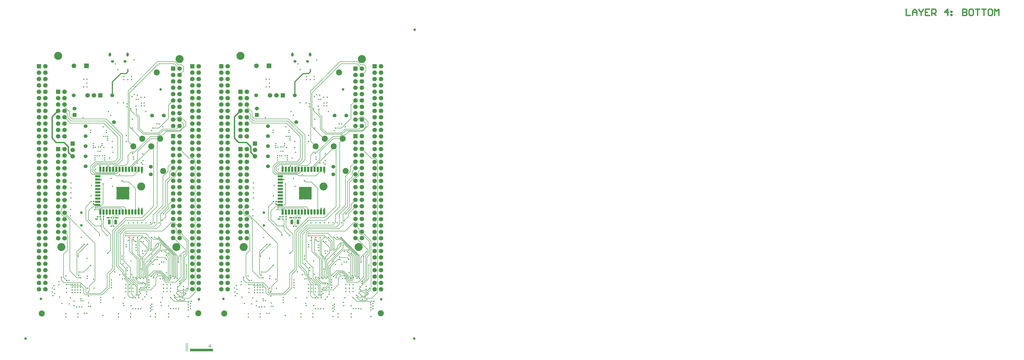
<source format=gbl>
G04*
G04 #@! TF.GenerationSoftware,Altium Limited,Altium Designer,20.1.11 (218)*
G04*
G04 Layer_Physical_Order=4*
G04 Layer_Color=16711680*
%FSLAX24Y24*%
%MOIN*%
G70*
G04*
G04 #@! TF.SameCoordinates,92D26CB7-C01A-42DE-83F2-B7204DD2D48F*
G04*
G04*
G04 #@! TF.FilePolarity,Positive*
G04*
G01*
G75*
%ADD10C,0.0394*%
%ADD13C,0.0200*%
%ADD15R,0.0040X0.1329*%
%ADD16R,0.0060X0.1329*%
%ADD17R,0.0100X0.1329*%
%ADD18R,0.0049X0.0935*%
%ADD19R,0.0935X0.0049*%
%ADD21C,0.0080*%
G04:AMPARAMS|DCode=23|XSize=20mil|YSize=20mil|CornerRadius=6mil|HoleSize=0mil|Usage=FLASHONLY|Rotation=180.000|XOffset=0mil|YOffset=0mil|HoleType=Round|Shape=RoundedRectangle|*
%AMROUNDEDRECTD23*
21,1,0.0200,0.0080,0,0,180.0*
21,1,0.0080,0.0200,0,0,180.0*
1,1,0.0120,-0.0040,0.0040*
1,1,0.0120,0.0040,0.0040*
1,1,0.0120,0.0040,-0.0040*
1,1,0.0120,-0.0040,-0.0040*
%
%ADD23ROUNDEDRECTD23*%
G04:AMPARAMS|DCode=26|XSize=20mil|YSize=20mil|CornerRadius=6mil|HoleSize=0mil|Usage=FLASHONLY|Rotation=90.000|XOffset=0mil|YOffset=0mil|HoleType=Round|Shape=RoundedRectangle|*
%AMROUNDEDRECTD26*
21,1,0.0200,0.0080,0,0,90.0*
21,1,0.0080,0.0200,0,0,90.0*
1,1,0.0120,0.0040,0.0040*
1,1,0.0120,0.0040,-0.0040*
1,1,0.0120,-0.0040,-0.0040*
1,1,0.0120,-0.0040,0.0040*
%
%ADD26ROUNDEDRECTD26*%
%ADD80C,0.0197*%
%ADD81C,0.0160*%
%ADD82C,0.0040*%
%ADD83C,0.0157*%
G04:AMPARAMS|DCode=88|XSize=49.2mil|YSize=37.4mil|CornerRadius=18.7mil|HoleSize=0mil|Usage=FLASHONLY|Rotation=180.000|XOffset=0mil|YOffset=0mil|HoleType=Round|Shape=RoundedRectangle|*
%AMROUNDEDRECTD88*
21,1,0.0492,0.0000,0,0,180.0*
21,1,0.0118,0.0374,0,0,180.0*
1,1,0.0374,-0.0059,0.0000*
1,1,0.0374,0.0059,0.0000*
1,1,0.0374,0.0059,0.0000*
1,1,0.0374,-0.0059,0.0000*
%
%ADD88ROUNDEDRECTD88*%
G04:AMPARAMS|DCode=89|XSize=37.4mil|YSize=61mil|CornerRadius=18.7mil|HoleSize=0mil|Usage=FLASHONLY|Rotation=180.000|XOffset=0mil|YOffset=0mil|HoleType=Round|Shape=RoundedRectangle|*
%AMROUNDEDRECTD89*
21,1,0.0374,0.0236,0,0,180.0*
21,1,0.0000,0.0610,0,0,180.0*
1,1,0.0374,0.0000,0.0118*
1,1,0.0374,0.0000,0.0118*
1,1,0.0374,0.0000,-0.0118*
1,1,0.0374,0.0000,-0.0118*
%
%ADD89ROUNDEDRECTD89*%
%ADD90C,0.0157*%
%ADD91R,0.0600X0.0600*%
%ADD92C,0.0600*%
%ADD93C,0.0709*%
%ADD94R,0.0709X0.0709*%
%ADD95C,0.1260*%
%ADD96C,0.0945*%
%ADD97R,0.0709X0.0709*%
%ADD98C,0.0728*%
%ADD99R,0.0728X0.0728*%
%ADD100C,0.0197*%
%ADD101C,0.0200*%
%ADD102R,0.3593X0.0443*%
G04:AMPARAMS|DCode=103|XSize=78.7mil|YSize=35.4mil|CornerRadius=3.5mil|HoleSize=0mil|Usage=FLASHONLY|Rotation=270.000|XOffset=0mil|YOffset=0mil|HoleType=Round|Shape=RoundedRectangle|*
%AMROUNDEDRECTD103*
21,1,0.0787,0.0283,0,0,270.0*
21,1,0.0717,0.0354,0,0,270.0*
1,1,0.0071,-0.0142,-0.0358*
1,1,0.0071,-0.0142,0.0358*
1,1,0.0071,0.0142,0.0358*
1,1,0.0071,0.0142,-0.0358*
%
%ADD103ROUNDEDRECTD103*%
G04:AMPARAMS|DCode=104|XSize=78.7mil|YSize=35.4mil|CornerRadius=3.5mil|HoleSize=0mil|Usage=FLASHONLY|Rotation=0.000|XOffset=0mil|YOffset=0mil|HoleType=Round|Shape=RoundedRectangle|*
%AMROUNDEDRECTD104*
21,1,0.0787,0.0283,0,0,0.0*
21,1,0.0717,0.0354,0,0,0.0*
1,1,0.0071,0.0358,-0.0142*
1,1,0.0071,-0.0358,-0.0142*
1,1,0.0071,-0.0358,0.0142*
1,1,0.0071,0.0358,0.0142*
%
%ADD104ROUNDEDRECTD104*%
G04:AMPARAMS|DCode=105|XSize=35.4mil|YSize=78.7mil|CornerRadius=3.5mil|HoleSize=0mil|Usage=FLASHONLY|Rotation=0.000|XOffset=0mil|YOffset=0mil|HoleType=Round|Shape=RoundedRectangle|*
%AMROUNDEDRECTD105*
21,1,0.0354,0.0717,0,0,0.0*
21,1,0.0283,0.0787,0,0,0.0*
1,1,0.0071,0.0142,-0.0358*
1,1,0.0071,-0.0142,-0.0358*
1,1,0.0071,-0.0142,0.0358*
1,1,0.0071,0.0142,0.0358*
%
%ADD105ROUNDEDRECTD105*%
G04:AMPARAMS|DCode=106|XSize=52.4mil|YSize=52.4mil|CornerRadius=0mil|HoleSize=0mil|Usage=FLASHONLY|Rotation=270.000|XOffset=0mil|YOffset=0mil|HoleType=Round|Shape=RoundedRectangle|*
%AMROUNDEDRECTD106*
21,1,0.0524,0.0524,0,0,270.0*
21,1,0.0524,0.0524,0,0,270.0*
1,1,0.0000,-0.0262,-0.0262*
1,1,0.0000,-0.0262,0.0262*
1,1,0.0000,0.0262,0.0262*
1,1,0.0000,0.0262,-0.0262*
%
%ADD106ROUNDEDRECTD106*%
G04:AMPARAMS|DCode=107|XSize=70.9mil|YSize=39.4mil|CornerRadius=3.9mil|HoleSize=0mil|Usage=FLASHONLY|Rotation=270.000|XOffset=0mil|YOffset=0mil|HoleType=Round|Shape=RoundedRectangle|*
%AMROUNDEDRECTD107*
21,1,0.0709,0.0315,0,0,270.0*
21,1,0.0630,0.0394,0,0,270.0*
1,1,0.0079,-0.0157,-0.0315*
1,1,0.0079,-0.0157,0.0315*
1,1,0.0079,0.0157,0.0315*
1,1,0.0079,0.0157,-0.0315*
%
%ADD107ROUNDEDRECTD107*%
%ADD108R,0.1969X0.1969*%
G36*
X88Y-3930D02*
X156D01*
Y-3986D01*
X88D01*
Y-4107D01*
X26D01*
Y-3986D01*
X-194D01*
Y-3930D01*
X37Y-3603D01*
X88D01*
Y-3930D01*
D02*
G37*
%LPC*%
G36*
X26Y-3704D02*
X-133Y-3930D01*
X26D01*
Y-3704D01*
D02*
G37*
%LPD*%
D10*
X-28861Y-2694D02*
D03*
X32012Y45766D02*
D03*
X31955Y-2694D02*
D03*
X-1750Y3471D02*
D03*
X-7744Y36402D02*
D03*
X-26479Y3547D02*
D03*
X26809Y3471D02*
D03*
X20815Y36402D02*
D03*
X2080Y3547D02*
D03*
X-20137Y15059D02*
D03*
Y17070D02*
D03*
X8422Y15059D02*
D03*
Y17070D02*
D03*
D13*
X108975Y49008D02*
Y48009D01*
X109642D01*
X109975D02*
Y48675D01*
X110308Y49008D01*
X110641Y48675D01*
Y48009D01*
Y48509D01*
X109975D01*
X110975Y49008D02*
Y48842D01*
X111308Y48509D01*
X111641Y48842D01*
Y49008D01*
X111308Y48509D02*
Y48009D01*
X112641Y49008D02*
X111974D01*
Y48009D01*
X112641D01*
X111974Y48509D02*
X112307D01*
X112974Y48009D02*
Y49008D01*
X113474D01*
X113640Y48842D01*
Y48509D01*
X113474Y48342D01*
X112974D01*
X113307D02*
X113640Y48009D01*
X115473D02*
Y49008D01*
X114973Y48509D01*
X115640D01*
X115973Y48675D02*
X116140D01*
Y48509D01*
X115973D01*
Y48675D01*
Y48175D02*
X116140D01*
Y48009D01*
X115973D01*
Y48175D01*
X117806Y49008D02*
Y48009D01*
X118305D01*
X118472Y48175D01*
Y48342D01*
X118305Y48509D01*
X117806D01*
X118305D01*
X118472Y48675D01*
Y48842D01*
X118305Y49008D01*
X117806D01*
X119305D02*
X118972D01*
X118805Y48842D01*
Y48175D01*
X118972Y48009D01*
X119305D01*
X119472Y48175D01*
Y48842D01*
X119305Y49008D01*
X119805D02*
X120471D01*
X120138D01*
Y48009D01*
X120805Y49008D02*
X121471D01*
X121138D01*
Y48009D01*
X122304Y49008D02*
X121971D01*
X121804Y48842D01*
Y48175D01*
X121971Y48009D01*
X122304D01*
X122471Y48175D01*
Y48842D01*
X122304Y49008D01*
X122804Y48009D02*
Y49008D01*
X123137Y48675D01*
X123470Y49008D01*
Y48009D01*
D15*
X-3341Y-4053D02*
D03*
D16*
X-3518D02*
D03*
D17*
X-3734D02*
D03*
D18*
X-462Y-3856D02*
D03*
X424D02*
D03*
X424Y-3856D02*
D03*
D19*
X-19Y-3414D02*
D03*
D21*
X-3713Y6722D02*
Y8838D01*
X-5055Y5380D02*
X-3713Y6722D01*
X-5069Y5380D02*
X-5055D01*
X-4757Y5945D02*
X-4002Y6699D01*
X-5069Y4691D02*
X-4729D01*
X-4463Y4425D01*
X-5618Y4111D02*
X-5601D01*
X-4829Y3974D02*
X-4797D01*
X-5601Y4111D02*
X-5276Y3786D01*
X-4522D01*
X-5539Y3722D02*
X-5087Y3270D01*
X-4522Y3786D02*
X-4367Y3631D01*
X-4797Y3974D02*
X-4773Y3950D01*
X-4445D01*
X-4367Y4028D01*
X-5118Y5036D02*
Y5076D01*
X-4939Y4856D02*
X-3860D01*
X-5118Y5036D02*
X-4939Y4856D01*
X-3860D02*
X-3561Y5154D01*
X-6196Y3722D02*
X-5613Y3140D01*
X-13002Y6601D02*
Y6935D01*
X-13477Y7410D02*
Y7843D01*
Y7410D02*
X-13002Y6935D01*
X-13717Y7424D02*
X-13179Y6886D01*
Y6465D02*
Y6886D01*
X-13717Y7424D02*
Y7717D01*
X-12352Y4339D02*
Y5950D01*
X-13002Y6601D02*
X-12352Y5950D01*
X-13179Y6465D02*
X-12857Y6142D01*
X-14656Y8655D02*
X-13717Y7717D01*
X-12857Y4068D02*
Y6142D01*
Y4068D02*
X-12506Y3717D01*
X-12027D01*
X-11525Y4140D02*
Y5497D01*
X-12776Y6730D02*
X-12758D01*
X-11525Y5497D01*
X-13177Y7405D02*
X-13175Y7403D01*
X-13177Y7405D02*
Y8276D01*
X-14360Y8727D02*
X-13477Y7843D01*
X-14065Y9164D02*
X-13177Y8276D01*
X-7220Y6372D02*
X-6990Y6142D01*
X-5370D01*
X-9526Y7222D02*
X-8814Y7934D01*
X-8817Y6844D02*
Y7152D01*
X-8359Y7610D02*
X-7831D01*
X-8817Y7152D02*
X-8359Y7610D01*
X-6273Y7155D02*
Y10198D01*
X-9233Y7034D02*
X-8496Y7770D01*
X-6127Y6844D02*
X-6107Y6863D01*
X-8814Y7934D02*
X-7697D01*
X-8496Y7770D02*
X-7764D01*
X-6903Y6909D01*
Y6701D02*
Y6909D01*
X-7065Y6556D02*
Y6844D01*
X-7831Y7610D02*
X-7065Y6844D01*
X-7697Y7934D02*
X-6536Y6774D01*
X-6903Y6701D02*
X-6773Y6571D01*
X-7065Y6556D02*
X-6893Y6384D01*
X-7220Y6372D02*
Y6783D01*
X-7566Y7129D02*
X-7220Y6783D01*
X-8155Y7129D02*
X-7566D01*
X-6127Y6844D02*
Y6855D01*
Y6638D02*
Y6844D01*
X-6893Y6384D02*
X-6380D01*
X-6127Y6855D02*
X-6125Y6856D01*
X-6380Y6384D02*
X-6127Y6638D01*
X-6458Y6571D02*
X-6323Y6706D01*
X-6773Y6571D02*
X-6458D01*
X-8471Y6812D02*
X-8155Y7129D01*
X-8471Y5762D02*
Y6812D01*
X-11088Y4658D02*
X-10897Y4849D01*
X-10302D02*
X-10199Y4951D01*
X-10897Y4849D02*
X-10302D01*
X-9282Y4951D02*
X-8471Y5762D01*
X-10199Y4951D02*
X-9282D01*
X-11023Y5036D02*
X-10421D01*
X-9747Y5710D01*
X-10837Y5285D02*
X-10490D01*
X-9938Y5837D02*
Y8697D01*
X-10490Y5285D02*
X-9938Y5837D01*
X-11252Y5893D02*
X-10545D01*
X-12033Y6675D02*
Y6944D01*
Y6675D02*
X-11252Y5893D01*
X-11337Y4132D02*
Y5650D01*
X-12433Y6746D02*
Y8410D01*
Y6746D02*
X-11337Y5650D01*
X-17661Y24652D02*
X-14426D01*
X-13708Y25370D01*
Y29220D01*
X-14944Y25075D02*
X-14425Y25595D01*
X-18700Y24328D02*
X-17953Y25075D01*
X-14944D01*
X-17795Y24849D02*
X-14692D01*
X-18446Y24198D02*
X-17795Y24849D01*
X-14692D02*
X-14052Y25488D01*
X-18184Y24129D02*
X-17661Y24652D01*
X-17225Y23926D02*
Y24435D01*
X-17239Y23912D02*
X-17225Y23926D01*
X-14052Y25488D02*
Y29078D01*
X-14425Y25595D02*
Y28923D01*
X-15188Y24078D02*
X-14836Y24430D01*
X-13328D02*
X-12842Y24916D01*
X-14836Y24430D02*
X-13328D01*
X-12842Y24916D02*
Y26053D01*
X-12335Y26559D02*
X-11798D01*
X-12842Y26053D02*
X-12335Y26559D01*
X-16603Y31102D02*
X-14425Y28923D01*
X-21731Y31435D02*
X-16409D01*
X-22246Y31949D02*
X-21731Y31435D01*
X-22785Y32049D02*
X-21837Y31102D01*
X-16603D01*
X-21970Y32150D02*
X-21588Y31768D01*
X-16255D01*
X-13708Y29220D01*
X-16409Y31435D02*
X-14052Y29078D01*
X-18446Y23536D02*
Y24198D01*
X-18184Y23690D02*
Y24129D01*
X-18700Y23370D02*
Y24328D01*
Y23370D02*
X-18412Y23082D01*
X-18446Y23536D02*
X-18126Y23216D01*
X-17839Y23346D02*
X-14987D01*
X-18184Y23690D02*
X-17839Y23346D01*
X-18126Y23216D02*
X-14617D01*
X-17239Y23912D02*
X-17188Y23861D01*
X-11995Y22837D02*
X-11188Y23645D01*
X-13758Y17238D02*
Y17635D01*
X-15976Y24397D02*
X-15954Y24419D01*
X-12705Y21885D02*
X-11688Y20869D01*
X-13788Y22084D02*
X-13589Y21885D01*
X-17550Y22240D02*
X-17034D01*
X-17029Y17802D02*
X-16865Y17966D01*
X-17913Y17802D02*
X-17029D01*
X-14987Y23346D02*
X-14688Y23645D01*
X-16188Y24078D02*
X-15976Y24290D01*
X-11688Y17168D02*
Y20869D01*
X-13589Y21885D02*
X-12705D01*
X-14188Y23645D02*
Y23861D01*
X-13896Y17774D02*
X-13758Y17635D01*
X-16874Y17774D02*
X-13896D01*
X-11188Y23645D02*
Y23861D01*
X-17502Y17532D02*
X-17382Y17652D01*
X-13483Y17966D02*
X-13250Y17734D01*
X-16865Y17966D02*
X-13483D01*
X-16995Y17652D02*
X-16874Y17774D01*
X-17382Y17652D02*
X-16995D01*
X-14646Y22837D02*
X-11995D01*
X-18051Y17532D02*
X-17502D01*
X-14688Y23645D02*
Y23861D01*
X-17554Y22236D02*
X-17550Y22240D01*
X-13250Y17230D02*
Y17734D01*
X-14617Y23216D02*
X-14188Y23645D01*
X-16188Y23861D02*
Y24078D01*
X-14891Y23082D02*
X-14646Y22837D01*
X-15976Y24290D02*
Y24397D01*
X-18412Y23082D02*
X-14891D01*
X-17582Y22265D02*
X-17554Y22236D01*
X-9538Y7211D02*
X-9526Y7222D01*
X-10414Y6731D02*
X-10412Y6729D01*
X-10325Y7536D02*
Y9585D01*
X-10414Y7447D02*
X-10325Y7536D01*
X-10414Y6731D02*
Y7447D01*
X-9747Y8565D02*
X-8614Y9698D01*
X-9747Y5710D02*
Y8565D01*
X-10735Y9721D02*
X-10532Y9517D01*
X-10670Y7846D02*
X-10532Y7983D01*
Y9517D01*
X-10325Y9585D02*
X-8058Y11853D01*
X-10145Y9095D02*
X-7749Y11491D01*
X-10158Y6955D02*
X-10145Y6967D01*
Y9095D01*
X-6196Y3722D02*
Y3727D01*
X-5613Y3140D02*
X-2939D01*
X-12809Y28266D02*
Y36175D01*
X-8229Y40755D02*
X-5459D01*
X-12809Y36175D02*
X-8229Y40755D01*
X-8044Y40451D02*
X-5546Y40451D01*
X-12610Y35885D02*
X-8044Y40451D01*
X-12610Y30520D02*
Y35885D01*
X-4203Y6837D02*
Y10288D01*
X-4754Y6286D02*
X-4203Y6837D01*
X-8615Y11559D02*
Y11854D01*
X-8136Y12333D01*
X-7739D01*
X-5777Y10370D01*
Y7078D02*
Y10370D01*
X-6467Y10707D02*
X-5990Y10230D01*
X-6107Y7039D02*
X-5990Y7156D01*
Y10230D01*
X-11024Y5036D02*
X-11023D01*
X-2939Y3140D02*
X-2894Y3185D01*
X-16870Y4156D02*
X-15769Y5257D01*
X-19504Y4156D02*
X-16870D01*
X-15769Y5257D02*
Y7347D01*
X-16056Y10665D02*
X-15581Y11140D01*
X-16058Y10663D02*
X-16056Y10665D01*
X-15581Y11140D02*
Y13686D01*
X-16669Y14774D02*
X-15581Y13686D01*
X-16954Y14322D02*
X-16082Y13450D01*
X-16103Y7457D02*
X-15268Y8291D01*
X-16103Y5362D02*
Y7457D01*
X-17089Y4376D02*
X-16103Y5362D01*
X-15769Y7347D02*
X-15001Y8116D01*
X-20514Y7739D02*
X-19746D01*
X-18674Y8811D01*
X-20840Y10928D02*
X-19670Y12099D01*
X-20840Y7486D02*
Y10928D01*
X-22933Y6896D02*
X-22399Y6361D01*
X-22933Y10541D02*
X-22340Y11134D01*
X-22933Y6896D02*
Y10541D01*
X-21937Y7927D02*
X-20837Y6827D01*
X-18898Y4789D02*
Y5518D01*
X-19085Y4603D02*
X-18898Y4789D01*
X-19225Y4376D02*
X-17089D01*
X-19453Y4605D02*
Y5303D01*
Y4605D02*
X-19225Y4376D01*
X-15268Y8291D02*
Y12527D01*
X-15001Y8116D02*
Y14031D01*
X-15268Y14197D02*
X-15268Y12527D01*
X-15268Y14197D02*
X-13210Y16255D01*
X-10649D02*
X-8829Y18075D01*
X-13210Y16255D02*
X-10649D01*
X-13169Y15862D02*
X-10420D01*
X-8278Y18005D02*
Y28152D01*
X-10420Y15862D02*
X-8278Y18005D01*
X-15001Y14031D02*
X-13169Y15862D01*
X-14656Y8655D02*
Y13874D01*
X-13416Y15114D02*
X-9292D01*
X-14656Y13874D02*
X-13416Y15114D01*
X-14360Y8727D02*
Y13786D01*
X-13327Y14819D02*
X-8779D01*
X-14360Y13786D02*
X-13327Y14819D01*
X-14065Y9164D02*
Y13686D01*
X-13228Y14524D02*
X-8366D01*
X-14065Y13686D02*
X-13228Y14524D01*
X-9205Y27268D02*
Y27460D01*
X-8919Y16698D02*
X-7382Y18234D01*
Y22779D02*
X-6579Y23582D01*
X-7382Y18234D02*
Y22779D01*
X-8919Y15487D02*
Y16698D01*
X-8297Y15301D02*
Y16824D01*
X-7018Y18103D02*
Y21973D01*
X-8297Y16824D02*
X-7018Y18103D01*
X-6309Y22681D02*
Y23535D01*
X-7018Y21973D02*
X-6309Y22681D01*
Y23535D02*
X-5785Y24059D01*
X-7749Y15141D02*
Y16843D01*
X-6723Y17869D01*
Y21810D01*
X-5917Y22615D01*
X-8829Y18075D02*
Y27084D01*
X-7303Y16896D02*
X-6467Y17732D01*
Y18365D02*
X-5785Y19048D01*
X-6467Y17732D02*
Y18365D01*
X-9205Y27460D02*
Y27479D01*
Y27460D02*
X-8829Y27084D01*
X-9292Y15114D02*
X-8919Y15487D01*
X-8779Y14819D02*
X-8297Y15301D01*
X-8366Y14524D02*
X-7749Y15141D01*
X-7524Y15825D02*
X-6939Y16409D01*
Y16850D02*
X-5785Y18004D01*
X-6939Y16409D02*
Y16850D01*
X-5785Y18004D02*
Y18059D01*
X-13199Y13421D02*
X-10647D01*
X-9636Y12411D01*
X-13179Y13825D02*
X-10121D01*
X-9171Y12876D01*
X-9409Y11226D02*
Y12527D01*
Y11226D02*
X-9279Y11095D01*
X-9078D01*
X-8615Y11559D01*
X-9171Y11378D02*
Y12876D01*
X-10843Y12558D02*
X-9872Y11587D01*
X-10547Y10060D02*
X-9872Y10734D01*
Y11587D01*
X-9636Y11158D02*
Y12411D01*
X-13229Y14160D02*
X-7402D01*
X-6058Y15504D02*
X-5601D01*
X-7402Y14160D02*
X-6058Y15504D01*
X-13522Y9499D02*
Y13866D01*
X-13229Y14160D01*
X-21937Y7927D02*
Y15922D01*
X-22558Y16544D02*
X-21937Y15922D01*
X-18898Y5518D02*
X-18012Y6405D01*
X-22785Y17024D02*
X-18012Y12251D01*
Y6405D02*
Y12251D01*
X-13522Y9499D02*
X-12433Y8410D01*
X-12622Y10991D02*
Y13150D01*
X-12683Y13211D02*
X-12622Y13150D01*
X-11067Y6082D02*
X-10354D01*
X-11621Y6636D02*
X-11067Y6082D01*
X-11621Y6636D02*
Y6919D01*
X-12622Y10991D02*
X-11408Y9777D01*
Y6689D02*
Y9777D01*
X-12192Y10852D02*
X-11147Y9807D01*
Y6919D02*
Y9807D01*
X-10932Y6725D02*
Y10095D01*
Y6725D02*
X-10895Y6687D01*
X-11341Y10503D02*
X-10932Y10095D01*
X-10670Y6935D02*
Y7846D01*
X-10735Y9721D02*
Y10113D01*
X-11122Y10499D02*
X-10735Y10113D01*
X-10547Y9799D02*
Y10060D01*
X-10354Y6082D02*
X-10172Y5899D01*
X-9938Y8697D02*
X-9456Y9179D01*
X-12192Y10852D02*
Y12958D01*
X-11341Y10503D02*
Y13178D01*
X-11122Y12727D02*
X-10670Y13178D01*
X-11122Y10499D02*
Y12727D01*
X-5340Y23504D02*
X-4785Y24059D01*
X-5917Y22615D02*
X-5601D01*
X-5340Y22875D01*
Y23504D01*
X-3363Y5072D02*
Y12638D01*
X-4785Y14059D02*
X-3363Y12638D01*
X-5785Y19048D02*
Y19059D01*
X-8278Y28152D02*
X-7798Y28632D01*
X-3819Y10671D02*
Y11226D01*
X-4203Y10288D02*
X-3819Y10671D01*
X-5652Y13059D02*
X-3819Y11226D01*
X-4688Y13605D02*
X-3611Y12528D01*
Y10475D02*
Y12528D01*
X-4002Y10083D02*
X-3611Y10475D01*
X-4002Y6699D02*
Y10083D01*
X-6536Y6774D02*
Y10083D01*
X-6846Y10392D02*
X-6536Y10083D01*
X-7007Y10932D02*
X-6273Y10198D01*
X-7064Y10932D02*
X-7007D01*
X-4887Y15162D02*
X-4785Y15059D01*
X-5259Y15162D02*
X-4887D01*
X-5601Y15504D02*
X-5259Y15162D01*
X-11155Y3697D02*
Y3950D01*
X-11337Y4132D02*
X-11155Y3950D01*
X-12352Y4339D02*
X-11700Y3687D01*
X-11663D01*
X-18167Y17998D02*
X-17172D01*
X-18184Y18014D02*
X-18167Y17998D01*
X-18340Y18014D02*
X-18184D01*
X-19030Y17323D02*
X-18340Y18014D01*
X-19030Y15986D02*
Y17323D01*
X-18009Y14965D02*
X-17142D01*
X-19030Y15986D02*
X-18009Y14965D01*
X-19440Y15959D02*
Y17964D01*
Y15959D02*
X-17292Y13811D01*
X-19440Y17964D02*
X-18593Y18811D01*
X-16749Y18421D02*
Y21563D01*
X-17172Y17998D02*
X-16749Y18421D01*
X-22246Y31949D02*
Y32490D01*
X-22785Y33028D02*
X-22246Y32490D01*
X-22785Y33028D02*
Y33049D01*
Y33678D02*
X-21970Y32863D01*
X-22785Y33678D02*
Y34049D01*
X-21970Y32150D02*
Y32863D01*
X-4601Y32104D02*
X-3819Y31322D01*
X-4969Y32104D02*
X-4601D01*
X-5682Y31762D02*
X-5310D01*
X-4969Y32104D01*
X-3819Y30699D02*
Y31322D01*
X-4695Y29822D02*
X-3819Y30699D01*
X-5785Y31659D02*
X-5682Y31762D01*
X-6825Y29822D02*
X-4695D01*
X-7409Y29238D02*
X-6825Y29822D01*
X-8031Y29238D02*
X-7409D01*
X-7961Y29368D02*
X-7377Y29952D01*
X-11283Y30218D02*
X-10432Y29368D01*
X-7961D01*
X-9337Y29019D02*
X-8249D01*
X-8031Y29238D01*
X-11798Y26559D02*
X-9337Y29019D01*
X-15188Y23861D02*
Y24078D01*
X-11354Y26620D02*
X-9299Y28675D01*
X-11354Y25412D02*
Y26620D01*
X-12688Y24078D02*
X-11354Y25412D01*
X-12188Y23861D02*
X-12146Y23903D01*
Y24328D02*
X-9205Y27268D01*
X-12146Y23903D02*
Y24328D01*
X-11993Y12810D02*
X-11732Y12549D01*
X-11596D01*
X-8204Y10025D02*
X-7136D01*
X-8287Y10108D02*
X-8204Y10025D01*
X-7136D02*
X-6856Y9745D01*
X-20737Y7373D02*
X-20601Y7237D01*
X-20741Y7373D02*
X-20737D01*
X-20840Y7471D02*
X-20741Y7373D01*
X-20837Y6827D02*
X-20288D01*
X-20282Y6822D01*
X-20601Y7237D02*
X-20569D01*
X-7798Y28632D02*
Y28675D01*
X-9299D02*
X-7798D01*
X-12688Y23861D02*
Y24078D01*
X-6579Y24265D02*
X-5785Y25059D01*
X-6579Y23582D02*
Y24265D01*
X-12610Y30520D02*
X-10765Y28675D01*
X-12809Y28266D02*
X-12022Y27479D01*
X-10765Y28675D02*
X-10613D01*
X-11052Y30314D02*
X-10293Y29555D01*
X-11052Y30314D02*
Y32105D01*
X-12391Y33118D02*
Y33370D01*
X-18243Y18811D02*
X-17628D01*
X-17582Y18765D01*
X-16669Y14774D02*
Y16067D01*
X-17171Y16056D02*
X-16954Y15839D01*
Y14322D02*
Y15839D01*
X-17292Y13528D02*
Y13811D01*
X-16669Y16417D02*
Y17149D01*
X-16688Y17168D02*
X-16669Y17149D01*
X-17624Y16406D02*
X-17171D01*
Y17151D01*
X-17188Y17168D02*
X-17171Y17151D01*
X-12007Y13143D02*
Y13171D01*
X-12192Y12958D02*
X-12007Y13143D01*
X-5785Y24059D02*
X-5785D01*
X-20234Y6084D02*
X-19453Y5303D01*
X-22887Y6084D02*
X-20234D01*
X-23289Y6486D02*
Y6942D01*
Y6486D02*
X-22887Y6084D01*
X-19788Y4440D02*
X-19504Y4156D01*
X-19788Y4440D02*
Y5179D01*
X-20224Y5615D02*
X-19788Y5179D01*
X-21663Y5615D02*
X-20224D01*
X-21822Y5774D02*
X-21663Y5615D01*
X-22490Y5774D02*
X-21822D01*
X-22340Y11134D02*
Y13605D01*
X-22785Y17024D02*
Y17049D01*
X-23300Y16828D02*
X-23015Y16544D01*
X-22558D01*
X-23300Y16828D02*
Y17534D01*
X-22785Y18049D01*
X-20651Y10624D02*
X-19176Y12099D01*
X-20651Y10225D02*
Y10624D01*
X-22785Y14049D02*
X-22340Y13605D01*
X-3819Y4268D02*
Y4333D01*
X-4059Y4028D02*
X-3819Y4268D01*
X-4367Y4028D02*
X-4059D01*
X-4010Y4425D02*
X-3363Y5072D01*
X-4463Y4425D02*
X-4010D01*
X-4152Y3270D02*
X-4012Y3411D01*
X-5087Y3270D02*
X-4152D01*
X-5157Y6719D02*
Y10316D01*
X-8022Y13181D02*
X-5157Y10316D01*
X-8022Y13181D02*
X-8022D01*
X-8454Y12992D02*
X-8017D01*
X-8679Y13218D02*
X-8454Y12992D01*
X-5363Y6965D02*
Y10339D01*
X-8017Y12992D02*
X-5363Y10339D01*
X-8840Y12862D02*
X-8071D01*
X-9169Y13192D02*
X-8840Y12862D01*
X-5563Y6742D02*
Y10355D01*
X-8071Y12862D02*
X-5563Y10355D01*
X-7733Y11206D02*
X-6879D01*
X-9456Y9483D02*
X-7733Y11206D01*
X-4938Y9283D02*
Y10109D01*
X-4097Y10950D01*
X-4534Y6978D02*
Y10233D01*
X-5370Y6142D02*
X-4534Y6978D01*
X-2330Y4528D02*
Y25238D01*
X-4367Y3631D02*
X-3228D01*
X-2330Y4528D01*
X-2688Y25595D02*
X-2330Y25238D01*
X-3320Y25595D02*
X-2688D01*
X-4785Y27059D02*
X-3320Y25595D01*
X-6295Y7132D02*
X-6255Y7172D01*
X-6323Y6706D02*
Y7016D01*
X-6107Y6863D02*
Y7039D01*
X-4012Y3411D02*
X-4004D01*
X-5785Y13059D02*
X-5652D01*
X-5239Y13871D02*
Y14514D01*
X-5785Y15059D02*
X-5239Y14514D01*
X-4973Y13605D02*
X-4688D01*
X-5239Y13871D02*
X-4973Y13605D01*
X-8614Y9698D02*
X-8232D01*
X-4097Y10950D02*
X-4057D01*
X-10066Y13184D02*
X-9409Y12527D01*
X-6295Y7044D02*
Y7132D01*
X-6323Y7016D02*
X-6295Y7044D01*
X-7749Y11491D02*
Y11971D01*
X-8058Y11853D02*
Y12144D01*
X-9456Y9179D02*
Y9483D01*
X-5785Y23059D02*
Y23059D01*
X-6514Y33930D02*
X-5785Y34659D01*
X-6514Y31834D02*
Y33930D01*
X-8016Y30333D02*
X-6514Y31834D01*
X-8925Y30333D02*
X-8016D01*
X-4749Y29952D02*
X-4172Y30529D01*
X-7377Y29952D02*
X-4749D01*
X-8061Y29555D02*
X-7443Y30172D01*
X-10293Y29555D02*
X-8061D01*
X-7443Y30172D02*
X-5272D01*
X-11283Y30218D02*
Y32010D01*
X-4432Y40273D02*
X-4151Y39992D01*
X-4785Y38659D02*
X-4151Y39293D01*
Y39992D01*
X-4978Y40273D02*
X-4432D01*
X-4785Y39659D02*
Y39690D01*
X-5546Y40451D02*
X-4785Y39690D01*
X-5459Y40755D02*
X-4978Y40273D01*
X-4172Y30529D02*
Y31047D01*
X-5272Y30172D02*
X-4785Y30659D01*
Y31659D02*
X-4172Y31047D01*
X-11532Y32585D02*
Y33280D01*
Y32585D02*
X-11052Y32105D01*
X-12391Y33118D02*
X-11283Y32010D01*
X24846Y6722D02*
Y8838D01*
X23504Y5380D02*
X24846Y6722D01*
X23490Y5380D02*
X23504D01*
X23802Y5945D02*
X24557Y6699D01*
X23490Y4691D02*
X23830D01*
X24096Y4425D01*
X22941Y4111D02*
X22958D01*
X23730Y3974D02*
X23762D01*
X22958Y4111D02*
X23283Y3786D01*
X24037D01*
X23020Y3722D02*
X23472Y3270D01*
X24037Y3786D02*
X24192Y3631D01*
X23762Y3974D02*
X23786Y3950D01*
X24114D01*
X24192Y4028D01*
X23441Y5036D02*
Y5076D01*
X23621Y4856D02*
X24699D01*
X23441Y5036D02*
X23621Y4856D01*
X24699D02*
X24998Y5154D01*
X22364Y3722D02*
X22946Y3140D01*
X15557Y6601D02*
Y6935D01*
X15083Y7410D02*
Y7843D01*
Y7410D02*
X15557Y6935D01*
X14842Y7424D02*
X15380Y6886D01*
Y6465D02*
Y6886D01*
X14842Y7424D02*
Y7717D01*
X16207Y4339D02*
Y5950D01*
X15557Y6601D02*
X16207Y5950D01*
X15380Y6465D02*
X15702Y6142D01*
X13903Y8655D02*
X14842Y7717D01*
X15702Y4068D02*
Y6142D01*
Y4068D02*
X16053Y3717D01*
X16532D01*
X17034Y4140D02*
Y5497D01*
X15783Y6730D02*
X15801D01*
X17034Y5497D01*
X15382Y7405D02*
X15384Y7403D01*
X15382Y7405D02*
Y8276D01*
X14199Y8727D02*
X15083Y7843D01*
X14494Y9164D02*
X15382Y8276D01*
X21339Y6372D02*
X21569Y6142D01*
X23189D01*
X19033Y7222D02*
X19745Y7934D01*
X19742Y6844D02*
Y7152D01*
X20200Y7610D02*
X20728D01*
X19742Y7152D02*
X20200Y7610D01*
X22287Y7155D02*
Y10198D01*
X19327Y7034D02*
X20063Y7770D01*
X22433Y6844D02*
X22452Y6863D01*
X19745Y7934D02*
X20863D01*
X20063Y7770D02*
X20795D01*
X21656Y6909D01*
Y6701D02*
Y6909D01*
X21494Y6556D02*
Y6844D01*
X20728Y7610D02*
X21494Y6844D01*
X20863Y7934D02*
X22023Y6774D01*
X21656Y6701D02*
X21786Y6571D01*
X21494Y6556D02*
X21666Y6384D01*
X21339Y6372D02*
Y6783D01*
X20993Y7129D02*
X21339Y6783D01*
X20404Y7129D02*
X20993D01*
X22433Y6844D02*
Y6855D01*
Y6638D02*
Y6844D01*
X21666Y6384D02*
X22179D01*
X22433Y6855D02*
X22434Y6856D01*
X22179Y6384D02*
X22433Y6638D01*
X22101Y6571D02*
X22236Y6706D01*
X21786Y6571D02*
X22101D01*
X20088Y6812D02*
X20404Y7129D01*
X20088Y5762D02*
Y6812D01*
X17471Y4658D02*
X17662Y4849D01*
X18257D02*
X18360Y4951D01*
X17662Y4849D02*
X18257D01*
X19278Y4951D02*
X20088Y5762D01*
X18360Y4951D02*
X19278D01*
X17536Y5036D02*
X18138D01*
X18812Y5710D01*
X17722Y5285D02*
X18069D01*
X18621Y5837D02*
Y8697D01*
X18069Y5285D02*
X18621Y5837D01*
X17307Y5893D02*
X18014D01*
X16526Y6675D02*
Y6944D01*
Y6675D02*
X17307Y5893D01*
X17222Y4132D02*
Y5650D01*
X16126Y6746D02*
Y8410D01*
Y6746D02*
X17222Y5650D01*
X10898Y24652D02*
X14133D01*
X14851Y25370D01*
Y29220D01*
X13615Y25075D02*
X14134Y25595D01*
X9859Y24328D02*
X10606Y25075D01*
X13615D01*
X10764Y24849D02*
X13867D01*
X10113Y24198D02*
X10764Y24849D01*
X13867D02*
X14507Y25488D01*
X10375Y24129D02*
X10898Y24652D01*
X11334Y23926D02*
Y24435D01*
X11320Y23912D02*
X11334Y23926D01*
X14507Y25488D02*
Y29078D01*
X14134Y25595D02*
Y28923D01*
X13371Y24078D02*
X13723Y24430D01*
X15231D02*
X15717Y24916D01*
X13723Y24430D02*
X15231D01*
X15717Y24916D02*
Y26053D01*
X16224Y26559D02*
X16762D01*
X15717Y26053D02*
X16224Y26559D01*
X11956Y31102D02*
X14134Y28923D01*
X6828Y31435D02*
X12150D01*
X6313Y31949D02*
X6828Y31435D01*
X5774Y32049D02*
X6722Y31102D01*
X11956D01*
X6589Y32150D02*
X6971Y31768D01*
X12304D01*
X14851Y29220D01*
X12150Y31435D02*
X14507Y29078D01*
X10113Y23536D02*
Y24198D01*
X10375Y23690D02*
Y24129D01*
X9859Y23370D02*
Y24328D01*
Y23370D02*
X10147Y23082D01*
X10113Y23536D02*
X10433Y23216D01*
X10720Y23346D02*
X13572D01*
X10375Y23690D02*
X10720Y23346D01*
X10433Y23216D02*
X13942D01*
X11320Y23912D02*
X11371Y23861D01*
X16564Y22837D02*
X17371Y23645D01*
X14801Y17238D02*
Y17635D01*
X12583Y24397D02*
X12606Y24419D01*
X15854Y21885D02*
X16871Y20869D01*
X14771Y22084D02*
X14970Y21885D01*
X11009Y22240D02*
X11526D01*
X11530Y17802D02*
X11694Y17966D01*
X10646Y17802D02*
X11530D01*
X13572Y23346D02*
X13871Y23645D01*
X12371Y24078D02*
X12583Y24290D01*
X16871Y17168D02*
Y20869D01*
X14970Y21885D02*
X15854D01*
X14371Y23645D02*
Y23861D01*
X14663Y17774D02*
X14801Y17635D01*
X11685Y17774D02*
X14663D01*
X17371Y23645D02*
Y23861D01*
X11057Y17532D02*
X11177Y17652D01*
X15077Y17966D02*
X15309Y17734D01*
X11694Y17966D02*
X15077D01*
X11564Y17652D02*
X11685Y17774D01*
X11177Y17652D02*
X11564D01*
X13913Y22837D02*
X16564D01*
X10508Y17532D02*
X11057D01*
X13871Y23645D02*
Y23861D01*
X11006Y22236D02*
X11009Y22240D01*
X15309Y17230D02*
Y17734D01*
X13942Y23216D02*
X14371Y23645D01*
X12371Y23861D02*
Y24078D01*
X13668Y23082D02*
X13913Y22837D01*
X12583Y24290D02*
Y24397D01*
X10147Y23082D02*
X13668D01*
X10977Y22265D02*
X11006Y22236D01*
X19021Y7211D02*
X19033Y7222D01*
X18145Y6731D02*
X18147Y6729D01*
X18234Y7536D02*
Y9585D01*
X18145Y7447D02*
X18234Y7536D01*
X18145Y6731D02*
Y7447D01*
X18812Y8565D02*
X19945Y9698D01*
X18812Y5710D02*
Y8565D01*
X17824Y9721D02*
X18027Y9517D01*
X17890Y7846D02*
X18027Y7983D01*
Y9517D01*
X18234Y9585D02*
X20501Y11853D01*
X18414Y9095D02*
X20811Y11491D01*
X18401Y6955D02*
X18414Y6967D01*
Y9095D01*
X22364Y3722D02*
Y3727D01*
X22946Y3140D02*
X25620D01*
X15751Y28266D02*
Y36175D01*
X20331Y40755D02*
X23100D01*
X15751Y36175D02*
X20331Y40755D01*
X20515Y40451D02*
X23013Y40451D01*
X15949Y35885D02*
X20515Y40451D01*
X15949Y30520D02*
Y35885D01*
X24357Y6837D02*
Y10288D01*
X23805Y6286D02*
X24357Y6837D01*
X19945Y11559D02*
Y11854D01*
X20423Y12333D01*
X20820D01*
X22782Y10370D01*
Y7078D02*
Y10370D01*
X22092Y10707D02*
X22569Y10230D01*
X22452Y7039D02*
X22569Y7156D01*
Y10230D01*
X17535Y5036D02*
X17536D01*
X25620Y3140D02*
X25665Y3185D01*
X11689Y4156D02*
X12790Y5257D01*
X9055Y4156D02*
X11689D01*
X12790Y5257D02*
Y7347D01*
X12503Y10665D02*
X12978Y11140D01*
X12502Y10663D02*
X12503Y10665D01*
X12978Y11140D02*
Y13686D01*
X11890Y14774D02*
X12978Y13686D01*
X11605Y14322D02*
X12477Y13450D01*
X12456Y7457D02*
X13291Y8291D01*
X12456Y5362D02*
Y7457D01*
X11470Y4376D02*
X12456Y5362D01*
X12790Y7347D02*
X13559Y8116D01*
X8045Y7739D02*
X8813D01*
X9885Y8811D01*
X7719Y10928D02*
X8889Y12099D01*
X7719Y7486D02*
Y10928D01*
X5626Y6896D02*
X6160Y6361D01*
X5626Y10541D02*
X6219Y11134D01*
X5626Y6896D02*
Y10541D01*
X6622Y7927D02*
X7722Y6827D01*
X9661Y4789D02*
Y5518D01*
X9474Y4603D02*
X9661Y4789D01*
X9334Y4376D02*
X11470D01*
X9106Y4605D02*
Y5303D01*
Y4605D02*
X9334Y4376D01*
X13291Y8291D02*
Y12527D01*
X13559Y8116D02*
Y14031D01*
X13291Y14197D02*
X13291Y12527D01*
X13291Y14197D02*
X15349Y16255D01*
X17910D02*
X19730Y18075D01*
X15349Y16255D02*
X17910D01*
X15390Y15862D02*
X18139D01*
X20281Y18005D02*
Y28152D01*
X18139Y15862D02*
X20281Y18005D01*
X13559Y14031D02*
X15390Y15862D01*
X13903Y8655D02*
Y13874D01*
X15144Y15114D02*
X19268D01*
X13903Y13874D02*
X15144Y15114D01*
X14199Y8727D02*
Y13786D01*
X15232Y14819D02*
X19780D01*
X14199Y13786D02*
X15232Y14819D01*
X14494Y9164D02*
Y13686D01*
X15332Y14524D02*
X20193D01*
X14494Y13686D02*
X15332Y14524D01*
X19354Y27268D02*
Y27460D01*
X19640Y16698D02*
X21177Y18234D01*
Y22779D02*
X21980Y23582D01*
X21177Y18234D02*
Y22779D01*
X19640Y15487D02*
Y16698D01*
X20262Y15301D02*
Y16824D01*
X21541Y18103D02*
Y21973D01*
X20262Y16824D02*
X21541Y18103D01*
X22250Y22681D02*
Y23535D01*
X21541Y21973D02*
X22250Y22681D01*
Y23535D02*
X22774Y24059D01*
X20811Y15141D02*
Y16843D01*
X21836Y17869D01*
Y21810D01*
X22642Y22615D01*
X19730Y18075D02*
Y27084D01*
X21256Y16896D02*
X22092Y17732D01*
Y18365D02*
X22774Y19048D01*
X22092Y17732D02*
Y18365D01*
X19354Y27460D02*
Y27479D01*
Y27460D02*
X19730Y27084D01*
X19268Y15114D02*
X19640Y15487D01*
X19780Y14819D02*
X20262Y15301D01*
X20193Y14524D02*
X20811Y15141D01*
X21035Y15825D02*
X21620Y16409D01*
Y16850D02*
X22774Y18004D01*
X21620Y16409D02*
Y16850D01*
X22774Y18004D02*
Y18059D01*
X15360Y13421D02*
X17912D01*
X18923Y12411D01*
X15380Y13825D02*
X18439D01*
X19388Y12876D01*
X19150Y11226D02*
Y12527D01*
Y11226D02*
X19280Y11095D01*
X19481D01*
X19945Y11559D01*
X19388Y11378D02*
Y12876D01*
X17716Y12558D02*
X18687Y11587D01*
X18012Y10060D02*
X18687Y10734D01*
Y11587D01*
X18923Y11158D02*
Y12411D01*
X15331Y14160D02*
X21157D01*
X22501Y15504D02*
X22959D01*
X21157Y14160D02*
X22501Y15504D01*
X15037Y9499D02*
Y13866D01*
X15331Y14160D01*
X6622Y7927D02*
Y15922D01*
X6001Y16544D02*
X6622Y15922D01*
X9661Y5518D02*
X10547Y6405D01*
X5774Y17024D02*
X10547Y12251D01*
Y6405D02*
Y12251D01*
X15037Y9499D02*
X16126Y8410D01*
X15937Y10991D02*
Y13150D01*
X15876Y13211D02*
X15937Y13150D01*
X17493Y6082D02*
X18205D01*
X16938Y6636D02*
X17493Y6082D01*
X16938Y6636D02*
Y6919D01*
X15937Y10991D02*
X17151Y9777D01*
Y6689D02*
Y9777D01*
X16367Y10852D02*
X17412Y9807D01*
Y6919D02*
Y9807D01*
X17627Y6725D02*
Y10095D01*
Y6725D02*
X17664Y6687D01*
X17218Y10503D02*
X17627Y10095D01*
X17890Y6935D02*
Y7846D01*
X17824Y9721D02*
Y10113D01*
X17437Y10499D02*
X17824Y10113D01*
X18012Y9799D02*
Y10060D01*
X18205Y6082D02*
X18387Y5899D01*
X18621Y8697D02*
X19103Y9179D01*
X16367Y10852D02*
Y12958D01*
X17218Y10503D02*
Y13178D01*
X17437Y12727D02*
X17889Y13178D01*
X17437Y10499D02*
Y12727D01*
X23219Y23504D02*
X23774Y24059D01*
X22642Y22615D02*
X22959D01*
X23219Y22875D01*
Y23504D01*
X25196Y5072D02*
Y12638D01*
X23774Y14059D02*
X25196Y12638D01*
X22774Y19048D02*
Y19059D01*
X20281Y28152D02*
X20761Y28632D01*
X24740Y10671D02*
Y11226D01*
X24357Y10288D02*
X24740Y10671D01*
X22907Y13059D02*
X24740Y11226D01*
X23871Y13605D02*
X24948Y12528D01*
Y10475D02*
Y12528D01*
X24557Y10083D02*
X24948Y10475D01*
X24557Y6699D02*
Y10083D01*
X22023Y6774D02*
Y10083D01*
X21713Y10392D02*
X22023Y10083D01*
X21553Y10932D02*
X22287Y10198D01*
X21495Y10932D02*
X21553D01*
X23672Y15162D02*
X23774Y15059D01*
X23300Y15162D02*
X23672D01*
X22959Y15504D02*
X23300Y15162D01*
X17404Y3697D02*
Y3950D01*
X17222Y4132D02*
X17404Y3950D01*
X16207Y4339D02*
X16859Y3687D01*
X16896D01*
X10392Y17998D02*
X11387D01*
X10376Y18014D02*
X10392Y17998D01*
X10219Y18014D02*
X10376D01*
X9529Y17323D02*
X10219Y18014D01*
X9529Y15986D02*
Y17323D01*
X10550Y14965D02*
X11417D01*
X9529Y15986D02*
X10550Y14965D01*
X9119Y15959D02*
Y17964D01*
Y15959D02*
X11267Y13811D01*
X9119Y17964D02*
X9966Y18811D01*
X11810Y18421D02*
Y21563D01*
X11387Y17998D02*
X11810Y18421D01*
X6313Y31949D02*
Y32490D01*
X5774Y33028D02*
X6313Y32490D01*
X5774Y33028D02*
Y33049D01*
Y33678D02*
X6589Y32863D01*
X5774Y33678D02*
Y34049D01*
X6589Y32150D02*
Y32863D01*
X23959Y32104D02*
X24740Y31322D01*
X23590Y32104D02*
X23959D01*
X22877Y31762D02*
X23249D01*
X23590Y32104D01*
X24740Y30699D02*
Y31322D01*
X23864Y29822D02*
X24740Y30699D01*
X22774Y31659D02*
X22877Y31762D01*
X21734Y29822D02*
X23864D01*
X21150Y29238D02*
X21734Y29822D01*
X20528Y29238D02*
X21150D01*
X20598Y29368D02*
X21182Y29952D01*
X17276Y30218D02*
X18127Y29368D01*
X20598D01*
X19222Y29019D02*
X20310D01*
X20528Y29238D01*
X16762Y26559D02*
X19222Y29019D01*
X13371Y23861D02*
Y24078D01*
X17205Y26620D02*
X19261Y28675D01*
X17205Y25412D02*
Y26620D01*
X15871Y24078D02*
X17205Y25412D01*
X16371Y23861D02*
X16413Y23903D01*
Y24328D02*
X19354Y27268D01*
X16413Y23903D02*
Y24328D01*
X16566Y12810D02*
X16827Y12549D01*
X16963D01*
X20355Y10025D02*
X21424D01*
X20272Y10108D02*
X20355Y10025D01*
X21424D02*
X21703Y9745D01*
X7823Y7373D02*
X7958Y7237D01*
X7818Y7373D02*
X7823D01*
X7719Y7471D02*
X7818Y7373D01*
X7722Y6827D02*
X8271D01*
X8277Y6822D01*
X7958Y7237D02*
X7990D01*
X20761Y28632D02*
Y28675D01*
X19261D02*
X20761D01*
X15871Y23861D02*
Y24078D01*
X21980Y24265D02*
X22774Y25059D01*
X21980Y23582D02*
Y24265D01*
X15949Y30520D02*
X17794Y28675D01*
X15751Y28266D02*
X16537Y27479D01*
X17794Y28675D02*
X17946D01*
X17507Y30314D02*
X18266Y29555D01*
X17507Y30314D02*
Y32105D01*
X16168Y33118D02*
Y33370D01*
X10316Y18811D02*
X10931D01*
X10977Y18765D01*
X11890Y14774D02*
Y16067D01*
X11388Y16056D02*
X11605Y15839D01*
Y14322D02*
Y15839D01*
X11267Y13528D02*
Y13811D01*
X11890Y16417D02*
Y17149D01*
X11871Y17168D02*
X11890Y17149D01*
X10935Y16406D02*
X11388D01*
Y17151D01*
X11371Y17168D02*
X11388Y17151D01*
X16553Y13143D02*
Y13171D01*
X16367Y12958D02*
X16553Y13143D01*
X22774Y24059D02*
X22774D01*
X8325Y6084D02*
X9106Y5303D01*
X5672Y6084D02*
X8325D01*
X5270Y6486D02*
Y6942D01*
Y6486D02*
X5672Y6084D01*
X8771Y4440D02*
X9055Y4156D01*
X8771Y4440D02*
Y5179D01*
X8335Y5615D02*
X8771Y5179D01*
X6896Y5615D02*
X8335D01*
X6737Y5774D02*
X6896Y5615D01*
X6069Y5774D02*
X6737D01*
X6219Y11134D02*
Y13605D01*
X5774Y17024D02*
Y17049D01*
X5259Y16828D02*
X5544Y16544D01*
X6001D01*
X5259Y16828D02*
Y17534D01*
X5774Y18049D01*
X7908Y10624D02*
X9383Y12099D01*
X7908Y10225D02*
Y10624D01*
X5774Y14049D02*
X6219Y13605D01*
X24740Y4268D02*
Y4333D01*
X24500Y4028D02*
X24740Y4268D01*
X24192Y4028D02*
X24500D01*
X24549Y4425D02*
X25196Y5072D01*
X24096Y4425D02*
X24549D01*
X24407Y3270D02*
X24547Y3411D01*
X23472Y3270D02*
X24407D01*
X23402Y6719D02*
Y10316D01*
X20538Y13181D02*
X23402Y10316D01*
X20537Y13181D02*
X20538D01*
X20106Y12992D02*
X20542D01*
X19880Y13218D02*
X20106Y12992D01*
X23196Y6965D02*
Y10339D01*
X20542Y12992D02*
X23196Y10339D01*
X19720Y12862D02*
X20488D01*
X19390Y13192D02*
X19720Y12862D01*
X22996Y6742D02*
Y10355D01*
X20488Y12862D02*
X22996Y10355D01*
X20826Y11206D02*
X21681D01*
X19103Y9483D02*
X20826Y11206D01*
X23621Y9283D02*
Y10109D01*
X24462Y10950D01*
X24025Y6978D02*
Y10233D01*
X23189Y6142D02*
X24025Y6978D01*
X26229Y4528D02*
Y25238D01*
X24192Y3631D02*
X25332D01*
X26229Y4528D01*
X25871Y25595D02*
X26229Y25238D01*
X25239Y25595D02*
X25871D01*
X23774Y27059D02*
X25239Y25595D01*
X22264Y7132D02*
X22304Y7172D01*
X22236Y6706D02*
Y7016D01*
X22452Y6863D02*
Y7039D01*
X24547Y3411D02*
X24555D01*
X22774Y13059D02*
X22907D01*
X23320Y13871D02*
Y14514D01*
X22774Y15059D02*
X23320Y14514D01*
X23586Y13605D02*
X23871D01*
X23320Y13871D02*
X23586Y13605D01*
X19945Y9698D02*
X20328D01*
X24462Y10950D02*
X24502D01*
X18493Y13184D02*
X19150Y12527D01*
X22264Y7044D02*
Y7132D01*
X22236Y7016D02*
X22264Y7044D01*
X20811Y11491D02*
Y11971D01*
X20501Y11853D02*
Y12144D01*
X19103Y9179D02*
Y9483D01*
X22774Y23059D02*
Y23059D01*
X22045Y33930D02*
X22774Y34659D01*
X22045Y31834D02*
Y33930D01*
X20543Y30333D02*
X22045Y31834D01*
X19634Y30333D02*
X20543D01*
X23810Y29952D02*
X24387Y30529D01*
X21182Y29952D02*
X23810D01*
X20498Y29555D02*
X21116Y30172D01*
X18266Y29555D02*
X20498D01*
X21116Y30172D02*
X23287D01*
X17276Y30218D02*
Y32010D01*
X24127Y40273D02*
X24408Y39992D01*
X23774Y38659D02*
X24408Y39293D01*
Y39992D01*
X23581Y40273D02*
X24127D01*
X23774Y39659D02*
Y39690D01*
X23013Y40451D02*
X23774Y39690D01*
X23100Y40755D02*
X23581Y40273D01*
X24387Y30529D02*
Y31047D01*
X23287Y30172D02*
X23774Y30659D01*
Y31659D02*
X24387Y31047D01*
X17027Y32585D02*
Y33280D01*
Y32585D02*
X17507Y32105D01*
X16168Y33118D02*
X17276Y32010D01*
D23*
X-16669Y16417D02*
D03*
Y16067D02*
D03*
X-17171Y16406D02*
D03*
Y16056D02*
D03*
X-17624Y16406D02*
D03*
Y16056D02*
D03*
X11890Y16417D02*
D03*
Y16067D02*
D03*
X11388Y16406D02*
D03*
Y16056D02*
D03*
X10935Y16406D02*
D03*
Y16056D02*
D03*
D26*
X-15103Y14932D02*
D03*
X-15453D02*
D03*
X-14732Y16255D02*
D03*
X-15082D02*
D03*
X-15814D02*
D03*
X-15464D02*
D03*
X-18593Y18811D02*
D03*
X-18243D02*
D03*
X13456Y14932D02*
D03*
X13106D02*
D03*
X13827Y16255D02*
D03*
X13477D02*
D03*
X12745D02*
D03*
X13095D02*
D03*
X9966Y18811D02*
D03*
X10316D02*
D03*
D80*
X-22159Y26510D02*
X-21521Y25871D01*
X-22159Y26510D02*
Y27387D01*
X-24073Y28076D02*
X-22849D01*
X-22159Y27387D01*
X-24721Y28724D02*
X-24073Y28076D01*
X-24721Y32113D02*
X-23785Y33049D01*
X-24721Y28724D02*
Y32113D01*
X6400Y26510D02*
X7038Y25871D01*
X6400Y26510D02*
Y27387D01*
X4486Y28076D02*
X5711D01*
X6400Y27387D01*
X3838Y28724D02*
X4486Y28076D01*
X3838Y32113D02*
X4774Y33049D01*
X3838Y28724D02*
Y32113D01*
D81*
X-11184Y17755D02*
X-11180Y17759D01*
X-10688Y23861D02*
X-10688Y23861D01*
Y23295D02*
Y23861D01*
X-18065Y18265D02*
X-17582D01*
X-10683Y17739D02*
X-10679Y17744D01*
X-10683Y17173D02*
Y17739D01*
X-10689Y23293D02*
X-10688Y23295D01*
X-11184Y17172D02*
Y17755D01*
X-10688Y17168D02*
X-10683Y17173D01*
X-18279Y18478D02*
X-18065Y18265D01*
X-11188Y17168D02*
X-11184Y17172D01*
X-16103Y16255D02*
X-15814D01*
X-17912Y16056D02*
X-17624D01*
X-14732Y16255D02*
X-14443D01*
X17375Y17755D02*
X17379Y17759D01*
X17871Y23861D02*
X17871Y23861D01*
Y23295D02*
Y23861D01*
X10494Y18265D02*
X10977D01*
X17876Y17739D02*
X17880Y17744D01*
X17876Y17173D02*
Y17739D01*
X17870Y23293D02*
X17871Y23295D01*
X17375Y17172D02*
Y17755D01*
X17871Y17168D02*
X17876Y17173D01*
X10280Y18478D02*
X10494Y18265D01*
X17371Y17168D02*
X17375Y17172D01*
X12456Y16255D02*
X12745D01*
X10647Y16056D02*
X10935D01*
X13827Y16255D02*
X14116D01*
D82*
X-15438Y14931D02*
Y14932D01*
X-15217Y15047D02*
X-15101Y14931D01*
X-15363Y16199D02*
X-15333Y16169D01*
Y16115D02*
Y16169D01*
X-15337Y16111D02*
X-15333Y16115D01*
X-15361Y15594D02*
X-15337Y15571D01*
Y15033D02*
Y15571D01*
Y15617D02*
Y16111D01*
X-15361Y15594D02*
X-15337Y15617D01*
X-15409Y16199D02*
X-15363D01*
X-15769Y15594D02*
X-15361D01*
X-15464Y16255D02*
X-15409Y16199D01*
X-15438Y14932D02*
X-15337Y15033D01*
X-15137Y16199D02*
X-15082Y16255D01*
X-15183Y16199D02*
X-15137D01*
X-15194Y15594D02*
X-14785D01*
X-15213Y16169D02*
X-15183Y16199D01*
X-15213Y16065D02*
Y16169D01*
X-15217Y16061D02*
X-15213Y16065D01*
X-15217Y15617D02*
Y16061D01*
Y15617D02*
X-15194Y15594D01*
X-15217Y15571D02*
X-15194Y15594D01*
X-15217Y15047D02*
Y15571D01*
X-14522Y16794D02*
X-14498Y16771D01*
X-14599Y16623D02*
X-14498Y16723D01*
X-15148Y16623D02*
X-14599D01*
X-15464Y16255D02*
X-15409Y16310D01*
X-14355Y16794D02*
X-14354D01*
X-15213Y16340D02*
Y16388D01*
X-14498Y16723D02*
Y16771D01*
X-14354Y16794D02*
X-14188Y16960D01*
X-14549Y16503D02*
X-14378Y16673D01*
X-15183Y16310D02*
X-15137D01*
X-15082Y16255D01*
X-14688Y16960D02*
Y17168D01*
Y16960D02*
X-14523Y16794D01*
X-14522D01*
X-14188Y16960D02*
Y17168D01*
X-14378Y16771D02*
X-14355Y16794D01*
X-14378Y16673D02*
Y16771D01*
X-15098Y16503D02*
X-14549D01*
X-15213Y16388D02*
X-15098Y16503D01*
X-15213Y16340D02*
X-15183Y16310D01*
X-15333Y16437D02*
X-15148Y16623D01*
X-15333Y16340D02*
Y16437D01*
X-15363Y16310D02*
X-15333Y16340D01*
X-15409Y16310D02*
X-15363D01*
X13121Y14931D02*
Y14932D01*
X13342Y15047D02*
X13458Y14931D01*
X13196Y16199D02*
X13226Y16169D01*
Y16115D02*
Y16169D01*
X13222Y16111D02*
X13226Y16115D01*
X13198Y15594D02*
X13222Y15571D01*
Y15033D02*
Y15571D01*
Y15617D02*
Y16111D01*
X13198Y15594D02*
X13222Y15617D01*
X13151Y16199D02*
X13196D01*
X12790Y15594D02*
X13198D01*
X13095Y16255D02*
X13151Y16199D01*
X13121Y14932D02*
X13222Y15033D01*
X13422Y16199D02*
X13477Y16255D01*
X13376Y16199D02*
X13422D01*
X13365Y15594D02*
X13774D01*
X13346Y16169D02*
X13376Y16199D01*
X13346Y16065D02*
Y16169D01*
X13342Y16061D02*
X13346Y16065D01*
X13342Y15617D02*
Y16061D01*
Y15617D02*
X13365Y15594D01*
X13342Y15571D02*
X13365Y15594D01*
X13342Y15047D02*
Y15571D01*
X14037Y16794D02*
X14061Y16771D01*
X13960Y16623D02*
X14061Y16723D01*
X13411Y16623D02*
X13960D01*
X13095Y16255D02*
X13151Y16310D01*
X14204Y16794D02*
X14205D01*
X13346Y16340D02*
Y16388D01*
X14061Y16723D02*
Y16771D01*
X14205Y16794D02*
X14371Y16960D01*
X14010Y16503D02*
X14181Y16673D01*
X13376Y16310D02*
X13422D01*
X13477Y16255D01*
X13871Y16960D02*
Y17168D01*
Y16960D02*
X14036Y16794D01*
X14037D01*
X14371Y16960D02*
Y17168D01*
X14181Y16771D02*
X14204Y16794D01*
X14181Y16673D02*
Y16771D01*
X13461Y16503D02*
X14010D01*
X13346Y16388D02*
X13461Y16503D01*
X13346Y16340D02*
X13376Y16310D01*
X13226Y16437D02*
X13411Y16623D01*
X13226Y16340D02*
Y16437D01*
X13196Y16310D02*
X13226Y16340D01*
X13151Y16310D02*
X13196D01*
D83*
X-15300Y35479D02*
Y37603D01*
X-13985Y38918D02*
X-13155D01*
X-15300Y37603D02*
X-13985Y38918D01*
X-13155D02*
X-12870Y39204D01*
Y39538D01*
X13259Y35479D02*
Y37603D01*
X14574Y38918D02*
X15404D01*
X13259Y37603D02*
X14574Y38918D01*
X15404D02*
X15690Y39204D01*
Y39538D01*
D88*
X-15266Y40819D02*
D03*
X-13298D02*
D03*
X13293D02*
D03*
X15261D02*
D03*
D89*
X-15660Y41882D02*
D03*
X-12904D02*
D03*
X12899D02*
D03*
X15655D02*
D03*
D90*
X-17527Y26689D02*
D03*
X-17311D02*
D03*
X-17094D02*
D03*
X-13280Y20121D02*
D03*
Y19398D02*
D03*
Y20843D02*
D03*
X-14002D02*
D03*
Y19398D02*
D03*
X-12918Y20482D02*
D03*
X-14363D02*
D03*
X-13641D02*
D03*
X-12918Y19760D02*
D03*
X-14363D02*
D03*
X-13641D02*
D03*
X-14002Y20121D02*
D03*
X11032Y26689D02*
D03*
X11248D02*
D03*
X11465D02*
D03*
X15279Y20121D02*
D03*
Y19398D02*
D03*
Y20843D02*
D03*
X14557D02*
D03*
Y19398D02*
D03*
X15641Y20482D02*
D03*
X14196D02*
D03*
X14918D02*
D03*
X15641Y19760D02*
D03*
X14196D02*
D03*
X14918D02*
D03*
X14557Y20121D02*
D03*
D91*
X-21221Y32396D02*
D03*
X7338D02*
D03*
D92*
X-21221Y33396D02*
D03*
X-9272Y23067D02*
D03*
X-9258Y24254D02*
D03*
X-19488Y25911D02*
D03*
Y29067D02*
D03*
Y27489D02*
D03*
Y24332D02*
D03*
Y30646D02*
D03*
X-7228Y32288D02*
D03*
X-9078D02*
D03*
X-21326Y35479D02*
D03*
X-15300D02*
D03*
X-15052Y31268D02*
D03*
X7338Y33396D02*
D03*
X19287Y23067D02*
D03*
X19301Y24254D02*
D03*
X9071Y25911D02*
D03*
Y29067D02*
D03*
Y27489D02*
D03*
Y24332D02*
D03*
Y30646D02*
D03*
X21331Y32288D02*
D03*
X19481D02*
D03*
X7233Y35479D02*
D03*
X13259D02*
D03*
X13507Y31268D02*
D03*
D93*
X-1785Y40049D02*
D03*
X-2785Y39049D02*
D03*
X-1785D02*
D03*
Y37049D02*
D03*
Y38049D02*
D03*
Y36049D02*
D03*
X-2785Y37049D02*
D03*
Y38049D02*
D03*
Y36049D02*
D03*
X-1785Y34049D02*
D03*
Y35049D02*
D03*
Y32049D02*
D03*
Y33049D02*
D03*
X-2785Y31049D02*
D03*
Y32049D02*
D03*
X-1785Y31049D02*
D03*
Y29049D02*
D03*
Y30049D02*
D03*
Y28049D02*
D03*
Y27049D02*
D03*
X-2785Y30049D02*
D03*
X-1785Y26049D02*
D03*
X-2785Y34049D02*
D03*
Y35049D02*
D03*
Y33049D02*
D03*
Y28049D02*
D03*
Y29049D02*
D03*
Y26049D02*
D03*
Y27049D02*
D03*
X-4785Y39659D02*
D03*
Y37659D02*
D03*
Y38659D02*
D03*
X-5785D02*
D03*
X-4785Y36659D02*
D03*
Y35659D02*
D03*
X-5785Y37659D02*
D03*
Y36659D02*
D03*
X-4785Y33659D02*
D03*
Y34659D02*
D03*
Y31659D02*
D03*
Y32659D02*
D03*
X-5785Y33659D02*
D03*
X-4785Y26059D02*
D03*
Y27059D02*
D03*
Y25059D02*
D03*
Y29059D02*
D03*
Y30659D02*
D03*
Y28059D02*
D03*
X-5785Y34659D02*
D03*
Y35659D02*
D03*
Y31659D02*
D03*
Y32659D02*
D03*
Y30659D02*
D03*
Y26059D02*
D03*
Y27059D02*
D03*
Y25059D02*
D03*
Y28059D02*
D03*
X-1785Y21049D02*
D03*
Y22049D02*
D03*
Y18049D02*
D03*
Y19049D02*
D03*
Y24049D02*
D03*
Y25049D02*
D03*
Y23049D02*
D03*
X-2785D02*
D03*
Y24049D02*
D03*
X-1785Y20049D02*
D03*
X-2785Y22049D02*
D03*
Y20049D02*
D03*
Y21049D02*
D03*
Y19049D02*
D03*
X-1785Y16049D02*
D03*
Y17049D02*
D03*
Y15049D02*
D03*
X-2785Y17049D02*
D03*
Y18049D02*
D03*
Y16049D02*
D03*
X-1785Y13049D02*
D03*
Y14049D02*
D03*
Y11049D02*
D03*
Y12049D02*
D03*
X-2785Y14049D02*
D03*
Y15049D02*
D03*
Y12049D02*
D03*
X-1785Y6049D02*
D03*
Y7049D02*
D03*
Y5049D02*
D03*
Y9049D02*
D03*
Y10049D02*
D03*
Y8049D02*
D03*
X-2785Y7049D02*
D03*
Y8049D02*
D03*
Y5049D02*
D03*
Y6049D02*
D03*
Y10049D02*
D03*
Y13049D02*
D03*
Y9049D02*
D03*
Y25049D02*
D03*
X-4785Y24059D02*
D03*
Y22059D02*
D03*
Y23059D02*
D03*
Y20059D02*
D03*
Y21059D02*
D03*
Y19059D02*
D03*
X-5785Y23059D02*
D03*
Y24059D02*
D03*
Y22059D02*
D03*
Y21059D02*
D03*
Y19059D02*
D03*
Y20059D02*
D03*
Y18059D02*
D03*
X-4785Y17059D02*
D03*
Y18059D02*
D03*
Y15059D02*
D03*
Y16059D02*
D03*
X-5785D02*
D03*
Y17059D02*
D03*
Y15059D02*
D03*
X-4785Y13059D02*
D03*
Y14059D02*
D03*
X-2785Y11049D02*
D03*
X-5785Y13059D02*
D03*
Y14059D02*
D03*
X-22785Y36049D02*
D03*
Y34049D02*
D03*
Y35049D02*
D03*
X-23785Y33049D02*
D03*
Y34049D02*
D03*
X-22785Y33049D02*
D03*
Y32049D02*
D03*
X-23785Y35049D02*
D03*
Y32049D02*
D03*
X-22785Y30049D02*
D03*
Y31049D02*
D03*
Y29049D02*
D03*
Y26049D02*
D03*
Y27049D02*
D03*
Y25049D02*
D03*
Y24049D02*
D03*
Y23049D02*
D03*
X-23785D02*
D03*
X-22785Y22049D02*
D03*
X-23785Y30049D02*
D03*
Y31049D02*
D03*
Y29049D02*
D03*
Y25049D02*
D03*
Y26049D02*
D03*
Y24049D02*
D03*
X-25785Y39049D02*
D03*
Y40049D02*
D03*
Y37049D02*
D03*
X-26785Y39049D02*
D03*
X-25785Y38049D02*
D03*
Y36049D02*
D03*
Y35049D02*
D03*
X-26785D02*
D03*
Y36049D02*
D03*
Y34049D02*
D03*
Y38049D02*
D03*
Y37049D02*
D03*
X-25785Y30049D02*
D03*
Y31049D02*
D03*
Y28049D02*
D03*
Y29049D02*
D03*
Y33049D02*
D03*
Y34049D02*
D03*
Y32049D02*
D03*
Y27049D02*
D03*
Y24049D02*
D03*
Y25049D02*
D03*
Y23049D02*
D03*
X-26785Y29049D02*
D03*
Y30049D02*
D03*
Y27049D02*
D03*
Y28049D02*
D03*
Y32049D02*
D03*
Y33049D02*
D03*
Y31049D02*
D03*
X-25785Y26049D02*
D03*
X-26785D02*
D03*
X-25785Y22049D02*
D03*
X-26785Y24049D02*
D03*
Y25049D02*
D03*
Y23049D02*
D03*
X-22785Y20049D02*
D03*
Y21049D02*
D03*
Y18049D02*
D03*
Y19049D02*
D03*
Y15049D02*
D03*
Y14049D02*
D03*
Y13049D02*
D03*
X-23785Y21049D02*
D03*
Y22049D02*
D03*
Y18049D02*
D03*
Y20049D02*
D03*
Y17049D02*
D03*
X-22785D02*
D03*
Y16049D02*
D03*
X-23785Y15049D02*
D03*
Y16049D02*
D03*
Y14049D02*
D03*
Y13049D02*
D03*
X-25785Y20049D02*
D03*
Y21049D02*
D03*
X-23785Y19049D02*
D03*
X-25785D02*
D03*
Y17049D02*
D03*
Y18049D02*
D03*
Y16049D02*
D03*
X-26785Y18049D02*
D03*
Y19049D02*
D03*
Y16049D02*
D03*
Y17049D02*
D03*
Y21049D02*
D03*
Y22049D02*
D03*
Y20049D02*
D03*
X-25785Y14049D02*
D03*
Y15049D02*
D03*
Y12049D02*
D03*
Y13049D02*
D03*
Y11049D02*
D03*
X-26785Y12049D02*
D03*
X-25785Y10049D02*
D03*
Y8049D02*
D03*
Y9049D02*
D03*
Y7049D02*
D03*
Y5049D02*
D03*
Y6049D02*
D03*
X-26785Y5049D02*
D03*
Y10049D02*
D03*
Y11049D02*
D03*
Y9049D02*
D03*
Y14049D02*
D03*
Y15049D02*
D03*
Y13049D02*
D03*
Y7049D02*
D03*
Y8049D02*
D03*
Y6049D02*
D03*
X-21521Y26913D02*
D03*
Y25913D02*
D03*
X-19159Y35479D02*
D03*
X-18159D02*
D03*
X26774Y40049D02*
D03*
X25774Y39049D02*
D03*
X26774D02*
D03*
Y37049D02*
D03*
Y38049D02*
D03*
Y36049D02*
D03*
X25774Y37049D02*
D03*
Y38049D02*
D03*
Y36049D02*
D03*
X26774Y34049D02*
D03*
Y35049D02*
D03*
Y32049D02*
D03*
Y33049D02*
D03*
X25774Y31049D02*
D03*
Y32049D02*
D03*
X26774Y31049D02*
D03*
Y29049D02*
D03*
Y30049D02*
D03*
Y28049D02*
D03*
Y27049D02*
D03*
X25774Y30049D02*
D03*
X26774Y26049D02*
D03*
X25774Y34049D02*
D03*
Y35049D02*
D03*
Y33049D02*
D03*
Y28049D02*
D03*
Y29049D02*
D03*
Y26049D02*
D03*
Y27049D02*
D03*
X23774Y39659D02*
D03*
Y37659D02*
D03*
Y38659D02*
D03*
X22774D02*
D03*
X23774Y36659D02*
D03*
Y35659D02*
D03*
X22774Y37659D02*
D03*
Y36659D02*
D03*
X23774Y33659D02*
D03*
Y34659D02*
D03*
Y31659D02*
D03*
Y32659D02*
D03*
X22774Y33659D02*
D03*
X23774Y26059D02*
D03*
Y27059D02*
D03*
Y25059D02*
D03*
Y29059D02*
D03*
Y30659D02*
D03*
Y28059D02*
D03*
X22774Y34659D02*
D03*
Y35659D02*
D03*
Y31659D02*
D03*
Y32659D02*
D03*
Y30659D02*
D03*
Y26059D02*
D03*
Y27059D02*
D03*
Y25059D02*
D03*
Y28059D02*
D03*
X26774Y21049D02*
D03*
Y22049D02*
D03*
Y18049D02*
D03*
Y19049D02*
D03*
Y24049D02*
D03*
Y25049D02*
D03*
Y23049D02*
D03*
X25774D02*
D03*
Y24049D02*
D03*
X26774Y20049D02*
D03*
X25774Y22049D02*
D03*
Y20049D02*
D03*
Y21049D02*
D03*
Y19049D02*
D03*
X26774Y16049D02*
D03*
Y17049D02*
D03*
Y15049D02*
D03*
X25774Y17049D02*
D03*
Y18049D02*
D03*
Y16049D02*
D03*
X26774Y13049D02*
D03*
Y14049D02*
D03*
Y11049D02*
D03*
Y12049D02*
D03*
X25774Y14049D02*
D03*
Y15049D02*
D03*
Y12049D02*
D03*
X26774Y6049D02*
D03*
Y7049D02*
D03*
Y5049D02*
D03*
Y9049D02*
D03*
Y10049D02*
D03*
Y8049D02*
D03*
X25774Y7049D02*
D03*
Y8049D02*
D03*
Y5049D02*
D03*
Y6049D02*
D03*
Y10049D02*
D03*
Y13049D02*
D03*
Y9049D02*
D03*
Y25049D02*
D03*
X23774Y24059D02*
D03*
Y22059D02*
D03*
Y23059D02*
D03*
Y20059D02*
D03*
Y21059D02*
D03*
Y19059D02*
D03*
X22774Y23059D02*
D03*
Y24059D02*
D03*
Y22059D02*
D03*
Y21059D02*
D03*
Y19059D02*
D03*
Y20059D02*
D03*
Y18059D02*
D03*
X23774Y17059D02*
D03*
Y18059D02*
D03*
Y15059D02*
D03*
Y16059D02*
D03*
X22774D02*
D03*
Y17059D02*
D03*
Y15059D02*
D03*
X23774Y13059D02*
D03*
Y14059D02*
D03*
X25774Y11049D02*
D03*
X22774Y13059D02*
D03*
Y14059D02*
D03*
X5774Y36049D02*
D03*
Y34049D02*
D03*
Y35049D02*
D03*
X4774Y33049D02*
D03*
Y34049D02*
D03*
X5774Y33049D02*
D03*
Y32049D02*
D03*
X4774Y35049D02*
D03*
Y32049D02*
D03*
X5774Y30049D02*
D03*
Y31049D02*
D03*
Y29049D02*
D03*
Y26049D02*
D03*
Y27049D02*
D03*
Y25049D02*
D03*
Y24049D02*
D03*
Y23049D02*
D03*
X4774D02*
D03*
X5774Y22049D02*
D03*
X4774Y30049D02*
D03*
Y31049D02*
D03*
Y29049D02*
D03*
Y25049D02*
D03*
Y26049D02*
D03*
Y24049D02*
D03*
X2774Y39049D02*
D03*
Y40049D02*
D03*
Y37049D02*
D03*
X1774Y39049D02*
D03*
X2774Y38049D02*
D03*
Y36049D02*
D03*
Y35049D02*
D03*
X1774D02*
D03*
Y36049D02*
D03*
Y34049D02*
D03*
Y38049D02*
D03*
Y37049D02*
D03*
X2774Y30049D02*
D03*
Y31049D02*
D03*
Y28049D02*
D03*
Y29049D02*
D03*
Y33049D02*
D03*
Y34049D02*
D03*
Y32049D02*
D03*
Y27049D02*
D03*
Y24049D02*
D03*
Y25049D02*
D03*
Y23049D02*
D03*
X1774Y29049D02*
D03*
Y30049D02*
D03*
Y27049D02*
D03*
Y28049D02*
D03*
Y32049D02*
D03*
Y33049D02*
D03*
Y31049D02*
D03*
X2774Y26049D02*
D03*
X1774D02*
D03*
X2774Y22049D02*
D03*
X1774Y24049D02*
D03*
Y25049D02*
D03*
Y23049D02*
D03*
X5774Y20049D02*
D03*
Y21049D02*
D03*
Y18049D02*
D03*
Y19049D02*
D03*
Y15049D02*
D03*
Y14049D02*
D03*
Y13049D02*
D03*
X4774Y21049D02*
D03*
Y22049D02*
D03*
Y18049D02*
D03*
Y20049D02*
D03*
Y17049D02*
D03*
X5774D02*
D03*
Y16049D02*
D03*
X4774Y15049D02*
D03*
Y16049D02*
D03*
Y14049D02*
D03*
Y13049D02*
D03*
X2774Y20049D02*
D03*
Y21049D02*
D03*
X4774Y19049D02*
D03*
X2774D02*
D03*
Y17049D02*
D03*
Y18049D02*
D03*
Y16049D02*
D03*
X1774Y18049D02*
D03*
Y19049D02*
D03*
Y16049D02*
D03*
Y17049D02*
D03*
Y21049D02*
D03*
Y22049D02*
D03*
Y20049D02*
D03*
X2774Y14049D02*
D03*
Y15049D02*
D03*
Y12049D02*
D03*
Y13049D02*
D03*
Y11049D02*
D03*
X1774Y12049D02*
D03*
X2774Y10049D02*
D03*
Y8049D02*
D03*
Y9049D02*
D03*
Y7049D02*
D03*
Y5049D02*
D03*
Y6049D02*
D03*
X1774Y5049D02*
D03*
Y10049D02*
D03*
Y11049D02*
D03*
Y9049D02*
D03*
Y14049D02*
D03*
Y15049D02*
D03*
Y13049D02*
D03*
Y7049D02*
D03*
Y8049D02*
D03*
Y6049D02*
D03*
X7038Y26913D02*
D03*
Y25913D02*
D03*
X9400Y35479D02*
D03*
X10400D02*
D03*
D94*
X-2785Y40049D02*
D03*
X-5785Y39659D02*
D03*
Y29059D02*
D03*
X-23785Y36049D02*
D03*
Y27049D02*
D03*
X-26785Y40049D02*
D03*
X-17159Y35479D02*
D03*
X25774Y40049D02*
D03*
X22774Y39659D02*
D03*
Y29059D02*
D03*
X4774Y36049D02*
D03*
Y27049D02*
D03*
X1774Y40049D02*
D03*
X11400Y35479D02*
D03*
D95*
X-4785Y41159D02*
D03*
X-10785Y21159D02*
D03*
X-5285Y11659D02*
D03*
X-23785Y41659D02*
D03*
X-23285Y11659D02*
D03*
X23774Y41159D02*
D03*
X17774Y21159D02*
D03*
X23274Y11659D02*
D03*
X4774Y41659D02*
D03*
X5274Y11659D02*
D03*
D96*
X-8354Y39077D02*
D03*
X-12022Y27479D02*
D03*
X-7338Y23618D02*
D03*
X-10613Y28675D02*
D03*
X-7798D02*
D03*
X-9205Y27479D02*
D03*
X-26349Y1225D02*
D03*
X-1825Y1270D02*
D03*
X20205Y39077D02*
D03*
X16537Y27479D02*
D03*
X21221Y23618D02*
D03*
X17946Y28675D02*
D03*
X20761D02*
D03*
X19354Y27479D02*
D03*
X2211Y1225D02*
D03*
X26734Y1270D02*
D03*
D97*
X-21521Y27913D02*
D03*
X7038D02*
D03*
D98*
X-21311Y40102D02*
D03*
X7248D02*
D03*
D99*
X-19343D02*
D03*
X9216D02*
D03*
D100*
X-5246Y4445D02*
D03*
X-5069Y5380D02*
D03*
X-4757Y5945D02*
D03*
X-5069Y4691D02*
D03*
X-5618Y4111D02*
D03*
X-5036Y4201D02*
D03*
X-4829Y3974D02*
D03*
X-5539Y3722D02*
D03*
X-5118Y5076D02*
D03*
X-13386Y6719D02*
D03*
X-13691Y6660D02*
D03*
X-13175Y7403D02*
D03*
X-17225Y24435D02*
D03*
X-15748Y25646D02*
D03*
X-19890Y31974D02*
D03*
X-17914Y23854D02*
D03*
X-17034Y22240D02*
D03*
X-18279Y18478D02*
D03*
X-13788Y22084D02*
D03*
X-15954Y24419D02*
D03*
X-18051Y17532D02*
D03*
X-10689Y23293D02*
D03*
X-11180Y17759D02*
D03*
X-17913Y17802D02*
D03*
X-10679Y17744D02*
D03*
X-9538Y7211D02*
D03*
X-9233Y7034D02*
D03*
X-9534Y5319D02*
D03*
Y6137D02*
D03*
Y5695D02*
D03*
Y6500D02*
D03*
X-14127Y7339D02*
D03*
X-12962Y8391D02*
D03*
X-12966Y7984D02*
D03*
X-22479Y5180D02*
D03*
X-6196Y3727D02*
D03*
X-13463Y38447D02*
D03*
X-18544Y21346D02*
D03*
X-22082Y6433D02*
D03*
X-4754Y6286D02*
D03*
X-5777Y7078D02*
D03*
X-11024Y5036D02*
D03*
X-10906Y4406D02*
D03*
X-14456Y39498D02*
D03*
X-12870Y39538D02*
D03*
Y39204D02*
D03*
X-20217Y3540D02*
D03*
X-20689Y656D02*
D03*
X-22579D02*
D03*
X-16764Y943D02*
D03*
X-22050Y2743D02*
D03*
X-21286Y3186D02*
D03*
X-21301Y2477D02*
D03*
X-19912Y3234D02*
D03*
X-20217D02*
D03*
X-20286Y5803D02*
D03*
Y5370D02*
D03*
Y4937D02*
D03*
Y4504D02*
D03*
X-20719Y5803D02*
D03*
Y4504D02*
D03*
X-21152Y5803D02*
D03*
X-21585D02*
D03*
Y5370D02*
D03*
Y4937D02*
D03*
Y4504D02*
D03*
X-21152D02*
D03*
X-20719Y4937D02*
D03*
Y5370D02*
D03*
X-21152Y4937D02*
D03*
X-21132Y5370D02*
D03*
X-22490Y5774D02*
D03*
X-22399Y6361D02*
D03*
X-20569Y7237D02*
D03*
X-22459Y4528D02*
D03*
X-20282Y6822D02*
D03*
X-19085Y4603D02*
D03*
X-20514Y7739D02*
D03*
X-2894Y3185D02*
D03*
X-18701Y2358D02*
D03*
X-17091Y3767D02*
D03*
Y3363D02*
D03*
Y2966D02*
D03*
X-16080Y13452D02*
D03*
X-18674Y8811D02*
D03*
X-19670Y12099D02*
D03*
X-22585Y7135D02*
D03*
X-19262Y9898D02*
D03*
X-19223Y5202D02*
D03*
X-12751Y15427D02*
D03*
X-7303Y16896D02*
D03*
X-13199Y13421D02*
D03*
X-13179Y13825D02*
D03*
X-9171Y11378D02*
D03*
X-9636Y11158D02*
D03*
X-16103Y16255D02*
D03*
X-19287Y1268D02*
D03*
X-19670D02*
D03*
X-20689Y1216D02*
D03*
X-22579Y1201D02*
D03*
X-19006Y2358D02*
D03*
X-20058Y2276D02*
D03*
X-20463Y2262D02*
D03*
X-20867D02*
D03*
X-23159Y2813D02*
D03*
X-23551Y3819D02*
D03*
X-21770Y21734D02*
D03*
X-18629Y19694D02*
D03*
X-21770Y19372D02*
D03*
Y20159D02*
D03*
Y20946D02*
D03*
X-18256Y6589D02*
D03*
X-7456Y3712D02*
D03*
X-12349Y2461D02*
D03*
X-13494Y2463D02*
D03*
X-7622Y2454D02*
D03*
X-6478Y2452D02*
D03*
X-9183Y3667D02*
D03*
X-13623Y9024D02*
D03*
X-12683Y13211D02*
D03*
X-12234Y7358D02*
D03*
X-14443Y16255D02*
D03*
X-17912Y16056D02*
D03*
X-17353Y25987D02*
D03*
X-17673D02*
D03*
X-17992D02*
D03*
X-15178Y26543D02*
D03*
X-16634Y29042D02*
D03*
X-16329D02*
D03*
X-16025Y29041D02*
D03*
X-16024Y28736D02*
D03*
Y28431D02*
D03*
X-16703Y30535D02*
D03*
X-13133Y12051D02*
D03*
Y11701D02*
D03*
X-9303Y15484D02*
D03*
X-7064Y10932D02*
D03*
X-6846Y10392D02*
D03*
X-7524Y15825D02*
D03*
X-14915Y7771D02*
D03*
X-17136Y27358D02*
D03*
X-17451D02*
D03*
X-16910Y27910D02*
D03*
Y27595D02*
D03*
X-16605Y27315D02*
D03*
X-10547Y9799D02*
D03*
X-11596Y12549D02*
D03*
X-11363Y24844D02*
D03*
X-15488Y22453D02*
D03*
X-14140Y23026D02*
D03*
X-12108Y26371D02*
D03*
X-11120Y4181D02*
D03*
X-11663Y3687D02*
D03*
X-11155Y3697D02*
D03*
X-11525Y4140D02*
D03*
X-16749Y21563D02*
D03*
X-17292Y13528D02*
D03*
X-16056Y10665D02*
D03*
X-17142Y14965D02*
D03*
X-11967Y25457D02*
D03*
X-10493Y25222D02*
D03*
X-12391Y33370D02*
D03*
X-10797Y35183D02*
D03*
X-10491Y26276D02*
D03*
X-8287Y10108D02*
D03*
X-6856Y9745D02*
D03*
X-11993Y12810D02*
D03*
X-21874Y16556D02*
D03*
X-21857Y3719D02*
D03*
X-21852Y17556D02*
D03*
X-19025Y3958D02*
D03*
X-10787Y24887D02*
D03*
X-18680Y30010D02*
D03*
X-18695Y29648D02*
D03*
X-24429Y5616D02*
D03*
X-23687Y5737D02*
D03*
X-24329Y4368D02*
D03*
X-13531Y34301D02*
D03*
X-13123Y29166D02*
D03*
Y28241D02*
D03*
X-13009Y34142D02*
D03*
X-13010Y33678D02*
D03*
X-11979Y25814D02*
D03*
X-12810Y12713D02*
D03*
X-15276Y21208D02*
D03*
X-23675Y6224D02*
D03*
X-20651Y10225D02*
D03*
X-19216Y7111D02*
D03*
X-19225Y6726D02*
D03*
X-24366Y4990D02*
D03*
X-24616Y4036D02*
D03*
X-24687Y5234D02*
D03*
X-24674Y4603D02*
D03*
X-23289Y6942D02*
D03*
X-10837Y5285D02*
D03*
X-9946Y5232D02*
D03*
X-11088Y4658D02*
D03*
X-19006Y2909D02*
D03*
X-18168Y5199D02*
D03*
X-13174Y5211D02*
D03*
Y5763D02*
D03*
X-12622D02*
D03*
Y5211D02*
D03*
X-3819Y4333D02*
D03*
X-13765Y10257D02*
D03*
X-13767Y9729D02*
D03*
X-6180Y5763D02*
D03*
Y5211D02*
D03*
Y4660D02*
D03*
X-6731D02*
D03*
X-7283D02*
D03*
Y5211D02*
D03*
Y5763D02*
D03*
X-6731D02*
D03*
Y5211D02*
D03*
X-12071Y5763D02*
D03*
Y5211D02*
D03*
Y4660D02*
D03*
X-12622D02*
D03*
X-13174D02*
D03*
X-6255Y7172D02*
D03*
X-5563Y6742D02*
D03*
X-5363Y6965D02*
D03*
X-5157Y6719D02*
D03*
X-3713Y8838D02*
D03*
X-4285Y3830D02*
D03*
X-4938Y9283D02*
D03*
X-6879Y11206D02*
D03*
X-7414Y30522D02*
D03*
X-9169Y13192D02*
D03*
X-8679Y13218D02*
D03*
X-8022Y13181D02*
D03*
X-12027Y3717D02*
D03*
X-13386Y3697D02*
D03*
X-4534Y10233D02*
D03*
X-4057Y10950D02*
D03*
X-4127Y5456D02*
D03*
X-8232Y9698D02*
D03*
X-4004Y3411D02*
D03*
X-3561Y5154D02*
D03*
X-4700Y3479D02*
D03*
X-4127Y4226D02*
D03*
X-6536Y6774D02*
D03*
X-6125Y6856D02*
D03*
X-7800Y6719D02*
D03*
X-8945Y8930D02*
D03*
X-6816Y7657D02*
D03*
X-4127Y5044D02*
D03*
Y4623D02*
D03*
X-10511Y10680D02*
D03*
X-10166Y11036D02*
D03*
X-9108Y10521D02*
D03*
X-10443Y12501D02*
D03*
X-10066Y13184D02*
D03*
X-10670Y13178D02*
D03*
X-8817Y6844D02*
D03*
X-6467Y10707D02*
D03*
X-3075Y2849D02*
D03*
X-3419Y2920D02*
D03*
X-15443Y6500D02*
D03*
X-11408Y6689D02*
D03*
X-7569Y11007D02*
D03*
X-9257Y9401D02*
D03*
X-10741Y8207D02*
D03*
X-8058Y12144D02*
D03*
X-7749Y11971D02*
D03*
X-7440Y6710D02*
D03*
X-10547Y24671D02*
D03*
X-11232Y1957D02*
D03*
X-12061D02*
D03*
X-9107Y2717D02*
D03*
Y1851D02*
D03*
X-9325Y2502D02*
D03*
X-9107Y2279D02*
D03*
X-9325Y2068D02*
D03*
X-9315Y1600D02*
D03*
X-9346Y767D02*
D03*
X-10828Y1957D02*
D03*
X-11641D02*
D03*
X-12007Y15466D02*
D03*
X-10027Y32946D02*
D03*
X-11623Y33754D02*
D03*
X-11386Y35492D02*
D03*
X-10224Y35162D02*
D03*
X-20177Y13170D02*
D03*
X-8323Y31006D02*
D03*
X-9146Y29930D02*
D03*
X-14795Y40391D02*
D03*
X-10536Y3480D02*
D03*
X-10527Y11026D02*
D03*
X-7244Y9299D02*
D03*
X-7981Y15469D02*
D03*
X-8661Y15471D02*
D03*
X-6461Y660D02*
D03*
X-8543Y1218D02*
D03*
Y660D02*
D03*
X-3402Y739D02*
D03*
X-6461Y1218D02*
D03*
X-9909Y4648D02*
D03*
X-12863Y37943D02*
D03*
X-12263Y38447D02*
D03*
Y37943D02*
D03*
X-11870Y41026D02*
D03*
X-13463Y37943D02*
D03*
X-11889Y35615D02*
D03*
X-12222Y35282D02*
D03*
X-19765Y36816D02*
D03*
X-19261D02*
D03*
Y38016D02*
D03*
X-19765D02*
D03*
X-19261Y37416D02*
D03*
X-15545Y32343D02*
D03*
X-15905Y32933D02*
D03*
X-12177Y31738D02*
D03*
X-6133Y1991D02*
D03*
X-5746D02*
D03*
X-5348Y1990D02*
D03*
X-4944Y1981D02*
D03*
X-14341Y664D02*
D03*
Y1208D02*
D03*
X-12451Y1224D02*
D03*
Y664D02*
D03*
X-13615Y2847D02*
D03*
X-15137Y3690D02*
D03*
X-15443Y6078D02*
D03*
Y5695D02*
D03*
Y5302D02*
D03*
X-11337Y15466D02*
D03*
X-10681D02*
D03*
X-10013D02*
D03*
X-11221Y34836D02*
D03*
X-11541D02*
D03*
X-14452Y34301D02*
D03*
X-15309Y28241D02*
D03*
Y27313D02*
D03*
X-12177Y30353D02*
D03*
X-7971Y30976D02*
D03*
X-8925Y30333D02*
D03*
X-7580Y9315D02*
D03*
X-19176Y12099D02*
D03*
X-11532Y33280D02*
D03*
X-9930Y4274D02*
D03*
X-10217Y3846D02*
D03*
X-7708Y2981D02*
D03*
X-3063Y2403D02*
D03*
X-3066Y1972D02*
D03*
X-3415Y1778D02*
D03*
Y2200D02*
D03*
X-3410Y2601D02*
D03*
X-12359Y9477D02*
D03*
X-11341Y13178D02*
D03*
X-12007Y13171D02*
D03*
X-11583Y11584D02*
D03*
X-11570Y11140D02*
D03*
Y11984D02*
D03*
X-7936Y8960D02*
D03*
X-10843Y12558D02*
D03*
X-16796Y25987D02*
D03*
X-16477D02*
D03*
Y25347D02*
D03*
Y25667D02*
D03*
X-16211Y29642D02*
D03*
X-8236Y7339D02*
D03*
X-16211Y29977D02*
D03*
X-18268Y27585D02*
D03*
X-17953Y27299D02*
D03*
X-18268Y27280D02*
D03*
X-18268Y27888D02*
D03*
X-11621Y6919D02*
D03*
X-12033Y6944D02*
D03*
X-12776Y6730D02*
D03*
X-17992Y25347D02*
D03*
Y25667D02*
D03*
X-11147Y6919D02*
D03*
X-10670Y6935D02*
D03*
X-10158Y6955D02*
D03*
X-10895Y6687D02*
D03*
X-10172Y5899D02*
D03*
X-10412Y6729D02*
D03*
X-10545Y5893D02*
D03*
X23313Y4445D02*
D03*
X23490Y5380D02*
D03*
X23802Y5945D02*
D03*
X23490Y4691D02*
D03*
X22941Y4111D02*
D03*
X23524Y4201D02*
D03*
X23730Y3974D02*
D03*
X23020Y3722D02*
D03*
X23441Y5076D02*
D03*
X15173Y6719D02*
D03*
X14868Y6660D02*
D03*
X15384Y7403D02*
D03*
X11334Y24435D02*
D03*
X12811Y25646D02*
D03*
X8669Y31974D02*
D03*
X10645Y23854D02*
D03*
X11526Y22240D02*
D03*
X10280Y18478D02*
D03*
X14771Y22084D02*
D03*
X12606Y24419D02*
D03*
X10508Y17532D02*
D03*
X17870Y23293D02*
D03*
X17379Y17759D02*
D03*
X10646Y17802D02*
D03*
X17880Y17744D02*
D03*
X19021Y7211D02*
D03*
X19327Y7034D02*
D03*
X19025Y5319D02*
D03*
Y6137D02*
D03*
Y5695D02*
D03*
Y6500D02*
D03*
X14432Y7339D02*
D03*
X15597Y8391D02*
D03*
X15593Y7984D02*
D03*
X6080Y5180D02*
D03*
X22364Y3727D02*
D03*
X15096Y38447D02*
D03*
X10015Y21346D02*
D03*
X6477Y6433D02*
D03*
X23805Y6286D02*
D03*
X22782Y7078D02*
D03*
X17535Y5036D02*
D03*
X17653Y4406D02*
D03*
X14103Y39498D02*
D03*
X15690Y39538D02*
D03*
Y39204D02*
D03*
X8342Y3540D02*
D03*
X7870Y656D02*
D03*
X5980D02*
D03*
X11795Y943D02*
D03*
X6509Y2743D02*
D03*
X7274Y3186D02*
D03*
X7258Y2477D02*
D03*
X8647Y3234D02*
D03*
X8342D02*
D03*
X8273Y5803D02*
D03*
Y5370D02*
D03*
Y4937D02*
D03*
Y4504D02*
D03*
X7840Y5803D02*
D03*
Y4504D02*
D03*
X7407Y5803D02*
D03*
X6974D02*
D03*
Y5370D02*
D03*
Y4937D02*
D03*
Y4504D02*
D03*
X7407D02*
D03*
X7840Y4937D02*
D03*
Y5370D02*
D03*
X7407Y4937D02*
D03*
X7427Y5370D02*
D03*
X6069Y5774D02*
D03*
X6160Y6361D02*
D03*
X7990Y7237D02*
D03*
X6100Y4528D02*
D03*
X8277Y6822D02*
D03*
X9474Y4603D02*
D03*
X8045Y7739D02*
D03*
X25665Y3185D02*
D03*
X9858Y2358D02*
D03*
X11469Y3767D02*
D03*
Y3363D02*
D03*
Y2966D02*
D03*
X12479Y13452D02*
D03*
X9885Y8811D02*
D03*
X8889Y12099D02*
D03*
X5974Y7135D02*
D03*
X9297Y9898D02*
D03*
X9336Y5202D02*
D03*
X15808Y15427D02*
D03*
X21256Y16896D02*
D03*
X15360Y13421D02*
D03*
X15380Y13825D02*
D03*
X19388Y11378D02*
D03*
X18923Y11158D02*
D03*
X12456Y16255D02*
D03*
X9272Y1268D02*
D03*
X8889D02*
D03*
X7870Y1216D02*
D03*
X5980Y1201D02*
D03*
X9553Y2358D02*
D03*
X8501Y2276D02*
D03*
X8096Y2262D02*
D03*
X7692D02*
D03*
X5400Y2813D02*
D03*
X5008Y3819D02*
D03*
X6789Y21734D02*
D03*
X9930Y19694D02*
D03*
X6789Y19372D02*
D03*
Y20159D02*
D03*
Y20946D02*
D03*
X10303Y6589D02*
D03*
X21103Y3712D02*
D03*
X16210Y2461D02*
D03*
X15065Y2463D02*
D03*
X20937Y2454D02*
D03*
X22081Y2452D02*
D03*
X19376Y3667D02*
D03*
X14936Y9024D02*
D03*
X15876Y13211D02*
D03*
X16325Y7358D02*
D03*
X14116Y16255D02*
D03*
X10647Y16056D02*
D03*
X11206Y25987D02*
D03*
X10887D02*
D03*
X10567D02*
D03*
X13381Y26543D02*
D03*
X11925Y29042D02*
D03*
X12230D02*
D03*
X12534Y29041D02*
D03*
X12535Y28736D02*
D03*
Y28431D02*
D03*
X11856Y30535D02*
D03*
X15426Y12051D02*
D03*
Y11701D02*
D03*
X19256Y15484D02*
D03*
X21495Y10932D02*
D03*
X21713Y10392D02*
D03*
X21035Y15825D02*
D03*
X13644Y7771D02*
D03*
X11423Y27358D02*
D03*
X11108D02*
D03*
X11649Y27910D02*
D03*
Y27595D02*
D03*
X11954Y27315D02*
D03*
X18012Y9799D02*
D03*
X16963Y12549D02*
D03*
X17196Y24844D02*
D03*
X13071Y22453D02*
D03*
X14420Y23026D02*
D03*
X16451Y26371D02*
D03*
X17439Y4181D02*
D03*
X16896Y3687D02*
D03*
X17404Y3697D02*
D03*
X17034Y4140D02*
D03*
X11810Y21563D02*
D03*
X11267Y13528D02*
D03*
X12503Y10665D02*
D03*
X11417Y14965D02*
D03*
X16592Y25457D02*
D03*
X18067Y25222D02*
D03*
X16168Y33370D02*
D03*
X17762Y35183D02*
D03*
X18068Y26276D02*
D03*
X20272Y10108D02*
D03*
X21703Y9745D02*
D03*
X16566Y12810D02*
D03*
X6685Y16556D02*
D03*
X6702Y3719D02*
D03*
X6708Y17556D02*
D03*
X9534Y3958D02*
D03*
X17772Y24887D02*
D03*
X9879Y30010D02*
D03*
X9864Y29648D02*
D03*
X4130Y5616D02*
D03*
X4872Y5737D02*
D03*
X4230Y4368D02*
D03*
X15028Y34301D02*
D03*
X15437Y29166D02*
D03*
Y28241D02*
D03*
X15550Y34142D02*
D03*
X15549Y33678D02*
D03*
X16580Y25814D02*
D03*
X15749Y12713D02*
D03*
X13283Y21208D02*
D03*
X4884Y6224D02*
D03*
X7908Y10225D02*
D03*
X9343Y7111D02*
D03*
X9334Y6726D02*
D03*
X4193Y4990D02*
D03*
X3943Y4036D02*
D03*
X3872Y5234D02*
D03*
X3885Y4603D02*
D03*
X5270Y6942D02*
D03*
X17722Y5285D02*
D03*
X18613Y5232D02*
D03*
X17471Y4658D02*
D03*
X9553Y2909D02*
D03*
X10391Y5199D02*
D03*
X15385Y5211D02*
D03*
Y5763D02*
D03*
X15937D02*
D03*
Y5211D02*
D03*
X24740Y4333D02*
D03*
X14794Y10257D02*
D03*
X14793Y9729D02*
D03*
X22379Y5763D02*
D03*
Y5211D02*
D03*
Y4660D02*
D03*
X21828D02*
D03*
X21276D02*
D03*
Y5211D02*
D03*
Y5763D02*
D03*
X21828D02*
D03*
Y5211D02*
D03*
X16488Y5763D02*
D03*
Y5211D02*
D03*
Y4660D02*
D03*
X15937D02*
D03*
X15385D02*
D03*
X22304Y7172D02*
D03*
X22996Y6742D02*
D03*
X23196Y6965D02*
D03*
X23402Y6719D02*
D03*
X24846Y8838D02*
D03*
X24274Y3830D02*
D03*
X23621Y9283D02*
D03*
X21681Y11206D02*
D03*
X21145Y30522D02*
D03*
X19390Y13192D02*
D03*
X19880Y13218D02*
D03*
X20537Y13181D02*
D03*
X16532Y3717D02*
D03*
X15173Y3697D02*
D03*
X24025Y10233D02*
D03*
X24502Y10950D02*
D03*
X24432Y5456D02*
D03*
X20328Y9698D02*
D03*
X24555Y3411D02*
D03*
X24998Y5154D02*
D03*
X23859Y3479D02*
D03*
X24432Y4226D02*
D03*
X22023Y6774D02*
D03*
X22434Y6856D02*
D03*
X20759Y6719D02*
D03*
X19614Y8930D02*
D03*
X21743Y7657D02*
D03*
X24432Y5044D02*
D03*
Y4623D02*
D03*
X18048Y10680D02*
D03*
X18393Y11036D02*
D03*
X19451Y10521D02*
D03*
X18116Y12501D02*
D03*
X18493Y13184D02*
D03*
X17889Y13178D02*
D03*
X19742Y6844D02*
D03*
X22092Y10707D02*
D03*
X25484Y2849D02*
D03*
X25140Y2920D02*
D03*
X13116Y6500D02*
D03*
X17151Y6689D02*
D03*
X20991Y11007D02*
D03*
X19302Y9401D02*
D03*
X17818Y8207D02*
D03*
X20501Y12144D02*
D03*
X20811Y11971D02*
D03*
X21119Y6710D02*
D03*
X18012Y24671D02*
D03*
X17327Y1957D02*
D03*
X16498D02*
D03*
X19453Y2717D02*
D03*
Y1851D02*
D03*
X19234Y2502D02*
D03*
X19453Y2279D02*
D03*
X19234Y2068D02*
D03*
X19244Y1600D02*
D03*
X19213Y767D02*
D03*
X17731Y1957D02*
D03*
X16918D02*
D03*
X16553Y15466D02*
D03*
X18532Y32946D02*
D03*
X16937Y33754D02*
D03*
X17173Y35492D02*
D03*
X18335Y35162D02*
D03*
X8382Y13170D02*
D03*
X20236Y31006D02*
D03*
X19413Y29930D02*
D03*
X13764Y40391D02*
D03*
X18023Y3480D02*
D03*
X18032Y11026D02*
D03*
X21316Y9299D02*
D03*
X20578Y15469D02*
D03*
X19899Y15471D02*
D03*
X22098Y660D02*
D03*
X20016Y1218D02*
D03*
Y660D02*
D03*
X25157Y739D02*
D03*
X22098Y1218D02*
D03*
X18650Y4648D02*
D03*
X15696Y37943D02*
D03*
X16296Y38447D02*
D03*
Y37943D02*
D03*
X16689Y41026D02*
D03*
X15096Y37943D02*
D03*
X16670Y35615D02*
D03*
X16337Y35282D02*
D03*
X8794Y36816D02*
D03*
X9298D02*
D03*
Y38016D02*
D03*
X8794D02*
D03*
X9298Y37416D02*
D03*
X13014Y32343D02*
D03*
X12654Y32933D02*
D03*
X16382Y31738D02*
D03*
X22426Y1991D02*
D03*
X22813D02*
D03*
X23211Y1990D02*
D03*
X23615Y1981D02*
D03*
X14218Y664D02*
D03*
Y1208D02*
D03*
X16108Y1224D02*
D03*
Y664D02*
D03*
X14944Y2847D02*
D03*
X13422Y3690D02*
D03*
X13116Y6078D02*
D03*
Y5695D02*
D03*
Y5302D02*
D03*
X17222Y15466D02*
D03*
X17878D02*
D03*
X18546D02*
D03*
X17338Y34836D02*
D03*
X17018D02*
D03*
X14107Y34301D02*
D03*
X13250Y28241D02*
D03*
Y27313D02*
D03*
X16382Y30353D02*
D03*
X20588Y30976D02*
D03*
X19634Y30333D02*
D03*
X20980Y9315D02*
D03*
X9383Y12099D02*
D03*
X17027Y33280D02*
D03*
X18629Y4274D02*
D03*
X18342Y3846D02*
D03*
X20851Y2981D02*
D03*
X25497Y2403D02*
D03*
X25493Y1972D02*
D03*
X25144Y1778D02*
D03*
Y2200D02*
D03*
X25149Y2601D02*
D03*
X16200Y9477D02*
D03*
X17218Y13178D02*
D03*
X16553Y13171D02*
D03*
X16976Y11584D02*
D03*
X16989Y11140D02*
D03*
Y11984D02*
D03*
X20623Y8960D02*
D03*
X17716Y12558D02*
D03*
X11763Y25987D02*
D03*
X12082D02*
D03*
Y25347D02*
D03*
Y25667D02*
D03*
X12348Y29642D02*
D03*
X20323Y7339D02*
D03*
X12348Y29977D02*
D03*
X10291Y27585D02*
D03*
X10606Y27299D02*
D03*
X10291Y27280D02*
D03*
X10291Y27888D02*
D03*
X16938Y6919D02*
D03*
X16526Y6944D02*
D03*
X15783Y6730D02*
D03*
X10567Y25347D02*
D03*
Y25667D02*
D03*
X17412Y6919D02*
D03*
X17890Y6935D02*
D03*
X18401Y6955D02*
D03*
X17664Y6687D02*
D03*
X18387Y5899D02*
D03*
X18147Y6729D02*
D03*
X18014Y5893D02*
D03*
D101*
X-10303Y34266D02*
D03*
Y33832D02*
D03*
X-10736Y34266D02*
D03*
Y33832D02*
D03*
X18256Y34266D02*
D03*
Y33832D02*
D03*
X17823Y34266D02*
D03*
Y33832D02*
D03*
D102*
X-1348Y-4496D02*
D03*
D103*
X-10688Y23861D02*
D03*
X-11188D02*
D03*
X-11688D02*
D03*
X-12188D02*
D03*
X-12688D02*
D03*
X-13188D02*
D03*
X-13688D02*
D03*
X-14188D02*
D03*
X-14688D02*
D03*
X-15188D02*
D03*
X-15688D02*
D03*
X-16188D02*
D03*
X-16688D02*
D03*
X-17188D02*
D03*
Y17168D02*
D03*
X-16688D02*
D03*
X-16188D02*
D03*
X-15688D02*
D03*
X-15188D02*
D03*
X-14688D02*
D03*
X-14188D02*
D03*
X-13688D02*
D03*
X-13188D02*
D03*
X-12688D02*
D03*
X-12188D02*
D03*
X-11688D02*
D03*
X-11188D02*
D03*
X17871Y23861D02*
D03*
X17371D02*
D03*
X16871D02*
D03*
X16371D02*
D03*
X15871D02*
D03*
X15371D02*
D03*
X14871D02*
D03*
X14371D02*
D03*
X13871D02*
D03*
X13371D02*
D03*
X12871D02*
D03*
X12371D02*
D03*
X11871D02*
D03*
X11371D02*
D03*
Y17168D02*
D03*
X11871D02*
D03*
X12371D02*
D03*
X12871D02*
D03*
X13371D02*
D03*
X13871D02*
D03*
X14371D02*
D03*
X14871D02*
D03*
X15371D02*
D03*
X15871D02*
D03*
X16371D02*
D03*
X16871D02*
D03*
X17371D02*
D03*
D104*
X-17582Y18265D02*
D03*
Y19765D02*
D03*
Y20765D02*
D03*
Y22265D02*
D03*
Y19265D02*
D03*
Y18765D02*
D03*
Y20265D02*
D03*
Y21765D02*
D03*
Y22765D02*
D03*
Y21265D02*
D03*
X10977Y18265D02*
D03*
Y19765D02*
D03*
Y20765D02*
D03*
Y22265D02*
D03*
Y19265D02*
D03*
Y18765D02*
D03*
Y20265D02*
D03*
Y21765D02*
D03*
Y22765D02*
D03*
Y21265D02*
D03*
D105*
X-10688Y17168D02*
D03*
X17871D02*
D03*
D106*
X-13641Y19398D02*
D03*
Y20843D02*
D03*
X-12918D02*
D03*
X-13641Y20121D02*
D03*
X-14363Y20843D02*
D03*
Y20121D02*
D03*
Y19398D02*
D03*
X-12918Y20121D02*
D03*
Y19398D02*
D03*
X14918D02*
D03*
Y20843D02*
D03*
X15641D02*
D03*
X14918Y20121D02*
D03*
X14196Y20843D02*
D03*
Y20121D02*
D03*
Y19398D02*
D03*
X15641Y20121D02*
D03*
Y19398D02*
D03*
D107*
X-14785Y15594D02*
D03*
X-15769D02*
D03*
X13774D02*
D03*
X12790D02*
D03*
D108*
X-13641Y20121D02*
D03*
X14918D02*
D03*
M02*

</source>
